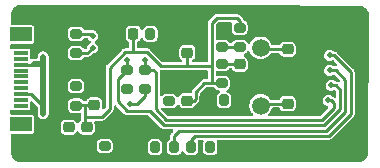
<source format=gbl>
%TF.GenerationSoftware,KiCad,Pcbnew,(6.0.1)*%
%TF.CreationDate,2022-01-24T11:38:00+08:00*%
%TF.ProjectId,ST-Link_v2-1,53542d4c-696e-46b5-9f76-322d312e6b69,rev?*%
%TF.SameCoordinates,Original*%
%TF.FileFunction,Copper,L2,Bot*%
%TF.FilePolarity,Positive*%
%FSLAX46Y46*%
G04 Gerber Fmt 4.6, Leading zero omitted, Abs format (unit mm)*
G04 Created by KiCad (PCBNEW (6.0.1)) date 2022-01-24 11:38:00*
%MOMM*%
%LPD*%
G01*
G04 APERTURE LIST*
G04 Aperture macros list*
%AMRoundRect*
0 Rectangle with rounded corners*
0 $1 Rounding radius*
0 $2 $3 $4 $5 $6 $7 $8 $9 X,Y pos of 4 corners*
0 Add a 4 corners polygon primitive as box body*
4,1,4,$2,$3,$4,$5,$6,$7,$8,$9,$2,$3,0*
0 Add four circle primitives for the rounded corners*
1,1,$1+$1,$2,$3*
1,1,$1+$1,$4,$5*
1,1,$1+$1,$6,$7*
1,1,$1+$1,$8,$9*
0 Add four rect primitives between the rounded corners*
20,1,$1+$1,$2,$3,$4,$5,0*
20,1,$1+$1,$4,$5,$6,$7,0*
20,1,$1+$1,$6,$7,$8,$9,0*
20,1,$1+$1,$8,$9,$2,$3,0*%
G04 Aperture macros list end*
%TA.AperFunction,ComponentPad*%
%ADD10C,1.500000*%
%TD*%
%TA.AperFunction,SMDPad,CuDef*%
%ADD11R,1.850000X0.300000*%
%TD*%
%TA.AperFunction,SMDPad,CuDef*%
%ADD12R,1.250000X0.300000*%
%TD*%
%TA.AperFunction,SMDPad,CuDef*%
%ADD13R,1.850000X1.180000*%
%TD*%
%TA.AperFunction,SMDPad,CuDef*%
%ADD14RoundRect,0.200000X0.275000X-0.200000X0.275000X0.200000X-0.275000X0.200000X-0.275000X-0.200000X0*%
%TD*%
%TA.AperFunction,SMDPad,CuDef*%
%ADD15RoundRect,0.225000X0.250000X-0.225000X0.250000X0.225000X-0.250000X0.225000X-0.250000X-0.225000X0*%
%TD*%
%TA.AperFunction,SMDPad,CuDef*%
%ADD16RoundRect,0.225000X-0.250000X0.225000X-0.250000X-0.225000X0.250000X-0.225000X0.250000X0.225000X0*%
%TD*%
%TA.AperFunction,SMDPad,CuDef*%
%ADD17RoundRect,0.225000X0.225000X0.250000X-0.225000X0.250000X-0.225000X-0.250000X0.225000X-0.250000X0*%
%TD*%
%TA.AperFunction,SMDPad,CuDef*%
%ADD18RoundRect,0.200000X-0.275000X0.200000X-0.275000X-0.200000X0.275000X-0.200000X0.275000X0.200000X0*%
%TD*%
%TA.AperFunction,SMDPad,CuDef*%
%ADD19RoundRect,0.200000X0.200000X0.275000X-0.200000X0.275000X-0.200000X-0.275000X0.200000X-0.275000X0*%
%TD*%
%TA.AperFunction,SMDPad,CuDef*%
%ADD20RoundRect,0.200000X-0.200000X-0.275000X0.200000X-0.275000X0.200000X0.275000X-0.200000X0.275000X0*%
%TD*%
%TA.AperFunction,ViaPad*%
%ADD21C,0.508000*%
%TD*%
%TA.AperFunction,Conductor*%
%ADD22C,0.254000*%
%TD*%
%TA.AperFunction,Conductor*%
%ADD23C,0.508000*%
%TD*%
G04 APERTURE END LIST*
D10*
%TO.P,Y1,1,1*%
%TO.N,Net-(C3-Pad1)*%
X161417000Y-104521000D03*
%TO.P,Y1,2,2*%
%TO.N,Net-(C2-Pad1)*%
X161417000Y-109401000D03*
%TD*%
D11*
%TO.P,P1,B1,GND*%
%TO.N,GND*%
X141097000Y-104438000D03*
D12*
%TO.P,P1,B2*%
%TO.N,N/C*%
X141097000Y-104938000D03*
%TO.P,P1,B3*%
X141097000Y-105438000D03*
%TO.P,P1,B4,VBUS*%
%TO.N,+5V*%
X141097000Y-105938000D03*
%TO.P,P1,B5,VCONN*%
%TO.N,unconnected-(P1-PadB5)*%
X141097000Y-106438000D03*
%TO.P,P1,B6*%
%TO.N,N/C*%
X141097000Y-106938000D03*
%TO.P,P1,B7*%
X141097000Y-107438000D03*
%TO.P,P1,B8*%
X141097000Y-107938000D03*
%TO.P,P1,B9,VBUS*%
%TO.N,+5V*%
X141097000Y-108438000D03*
%TO.P,P1,B10*%
%TO.N,N/C*%
X141097000Y-108938000D03*
%TO.P,P1,B11*%
X141097000Y-109438000D03*
D11*
%TO.P,P1,B12,GND*%
%TO.N,GND*%
X141097000Y-109938000D03*
D13*
%TO.P,P1,S3*%
%TO.N,N/C*%
X141097000Y-110998000D03*
%TO.P,P1,S4*%
X141097000Y-103378000D03*
%TD*%
D14*
%TO.P,R16,1*%
%TO.N,+3V3*%
X145796000Y-109409000D03*
%TO.P,R16,2*%
%TO.N,/D+*%
X145796000Y-107759000D03*
%TD*%
D15*
%TO.P,C6,1*%
%TO.N,+3V3*%
X155194000Y-104915000D03*
%TO.P,C6,2*%
%TO.N,GND*%
X155194000Y-103365000D03*
%TD*%
D14*
%TO.P,R14,1*%
%TO.N,Net-(R14-Pad1)*%
X159639000Y-104457000D03*
%TO.P,R14,2*%
%TO.N,+3V3*%
X159639000Y-102807000D03*
%TD*%
D16*
%TO.P,C8,1*%
%TO.N,+5V*%
X145161000Y-111239000D03*
%TO.P,C8,2*%
%TO.N,GND*%
X145161000Y-112789000D03*
%TD*%
D17*
%TO.P,C4,1*%
%TO.N,+3V3*%
X150635000Y-103340000D03*
%TO.P,C4,2*%
%TO.N,GND*%
X149085000Y-103340000D03*
%TD*%
D18*
%TO.P,R3,1*%
%TO.N,GND*%
X148209000Y-111189000D03*
%TO.P,R3,2*%
%TO.N,Net-(D1-Pad1)*%
X148209000Y-112839000D03*
%TD*%
D14*
%TO.P,R19,1*%
%TO.N,/ST_SWCLK*%
X151638000Y-108013000D03*
%TO.P,R19,2*%
%TO.N,/JTCK*%
X151638000Y-106363000D03*
%TD*%
D15*
%TO.P,C2,1*%
%TO.N,Net-(C2-Pad1)*%
X163703000Y-109233000D03*
%TO.P,C2,2*%
%TO.N,GND*%
X163703000Y-107683000D03*
%TD*%
D18*
%TO.P,R1,1*%
%TO.N,/NRST*%
X158115000Y-105855000D03*
%TO.P,R1,2*%
%TO.N,+3V3*%
X158115000Y-107505000D03*
%TD*%
D19*
%TO.P,R9,1*%
%TO.N,Net-(R9-Pad1)*%
X158305000Y-108966000D03*
%TO.P,R9,2*%
%TO.N,GND*%
X156655000Y-108966000D03*
%TD*%
D16*
%TO.P,C1,1*%
%TO.N,/NRST*%
X159639000Y-105905000D03*
%TO.P,C1,2*%
%TO.N,GND*%
X159639000Y-107455000D03*
%TD*%
%TO.P,C3,1*%
%TO.N,Net-(C3-Pad1)*%
X163703000Y-104635000D03*
%TO.P,C3,2*%
%TO.N,GND*%
X163703000Y-106185000D03*
%TD*%
D19*
%TO.P,R4,1*%
%TO.N,/TXD*%
X154114000Y-112903000D03*
%TO.P,R4,2*%
%TO.N,Net-(D2-Pad1)*%
X152464000Y-112903000D03*
%TD*%
D14*
%TO.P,R6,1*%
%TO.N,Net-(R6-Pad1)*%
X153670000Y-109029000D03*
%TO.P,R6,2*%
%TO.N,GND*%
X153670000Y-107379000D03*
%TD*%
D18*
%TO.P,R15,1*%
%TO.N,GND*%
X158115000Y-102807000D03*
%TO.P,R15,2*%
%TO.N,Net-(R14-Pad1)*%
X158115000Y-104457000D03*
%TD*%
D20*
%TO.P,R7,1*%
%TO.N,Net-(R7-Pad1)*%
X152083000Y-103340000D03*
%TO.P,R7,2*%
%TO.N,GND*%
X153733000Y-103340000D03*
%TD*%
D15*
%TO.P,C7,1*%
%TO.N,+3V3*%
X147320000Y-109359000D03*
%TO.P,C7,2*%
%TO.N,GND*%
X147320000Y-107809000D03*
%TD*%
D14*
%TO.P,R20,1*%
%TO.N,/ST_SWDIO*%
X150114000Y-108013000D03*
%TO.P,R20,2*%
%TO.N,/JTMS*%
X150114000Y-106363000D03*
%TD*%
D18*
%TO.P,R2,1*%
%TO.N,Net-(R2-Pad1)*%
X145796000Y-103315000D03*
%TO.P,R2,2*%
%TO.N,/JTMS*%
X145796000Y-104965000D03*
%TD*%
D20*
%TO.P,R5,2*%
%TO.N,Net-(D3-Pad1)*%
X157162000Y-112903000D03*
%TO.P,R5,1*%
%TO.N,/RXD*%
X155512000Y-112903000D03*
%TD*%
D16*
%TO.P,C9,1*%
%TO.N,+3V3*%
X146685000Y-111239000D03*
%TO.P,C9,2*%
%TO.N,GND*%
X146685000Y-112789000D03*
%TD*%
D15*
%TO.P,C5,1*%
%TO.N,+3V3*%
X155194000Y-108979000D03*
%TO.P,C5,2*%
%TO.N,GND*%
X155194000Y-107429000D03*
%TD*%
D21*
%TO.N,GND*%
X160020000Y-112903000D03*
X167132000Y-112903000D03*
X165100000Y-112903000D03*
X165100000Y-101600000D03*
X162560000Y-105410000D03*
%TO.N,Net-(D2-Pad1)*%
X152527000Y-112903000D03*
%TO.N,Net-(D3-Pad1)*%
X157099000Y-112903000D03*
%TO.N,GND*%
X155194000Y-107442000D03*
X153670000Y-107442000D03*
%TO.N,/NRST*%
X158115000Y-105855000D03*
%TO.N,GND*%
X170180000Y-109220000D03*
X140970000Y-113030000D03*
X170180000Y-106680000D03*
X162560000Y-107950000D03*
X142240000Y-101600000D03*
X162560000Y-102870000D03*
X144272000Y-112141000D03*
X147320000Y-101600000D03*
X167640000Y-104140000D03*
X170180000Y-104140000D03*
X144780000Y-101600000D03*
X156337000Y-101600000D03*
X153670000Y-104648000D03*
%TO.N,+3V3*%
X155194000Y-104902000D03*
X150622000Y-103378000D03*
X147320000Y-109347000D03*
X155194000Y-108966000D03*
X146558000Y-111252000D03*
%TO.N,+5V*%
X145161000Y-111252000D03*
X143002000Y-105283000D03*
X143002000Y-110109000D03*
%TO.N,Net-(D1-Pad1)*%
X148209000Y-112776000D03*
%TO.N,/RXD*%
X167259000Y-105156000D03*
%TO.N,/TXD*%
X167259000Y-106426000D03*
%TO.N,/JTMS*%
X150114000Y-105537000D03*
X167386000Y-107696000D03*
X147193000Y-104521000D03*
%TO.N,/JTCK*%
X151638000Y-105537000D03*
X167132000Y-108966000D03*
%TO.N,Net-(R2-Pad1)*%
X147193000Y-103505000D03*
%TO.N,Net-(R6-Pad1)*%
X153670000Y-108966000D03*
%TO.N,Net-(R7-Pad1)*%
X152019000Y-103378000D03*
%TO.N,Net-(R9-Pad1)*%
X158369000Y-108966000D03*
%TO.N,Net-(R14-Pad1)*%
X158115000Y-104457000D03*
%TO.N,/D+*%
X145859000Y-107823000D03*
%TO.N,/ST_SWCLK*%
X150355193Y-109281221D03*
%TO.N,/ST_SWDIO*%
X150114000Y-108077000D03*
%TD*%
D22*
%TO.N,/JTMS*%
X149313480Y-107163520D02*
X150114000Y-106363000D01*
X149313480Y-109059061D02*
X149313480Y-107163520D01*
X150115151Y-109860732D02*
X149313480Y-109059061D01*
X152019772Y-109860732D02*
X150115151Y-109860732D01*
X168131960Y-109734120D02*
X166796559Y-111069520D01*
X166796559Y-111069520D02*
X153228559Y-111069519D01*
X153228559Y-111069519D02*
X152019772Y-109860732D01*
X168131960Y-108060960D02*
X168131960Y-109734120D01*
X167386000Y-107696000D02*
X167767000Y-107696000D01*
X167767000Y-107696000D02*
X168131960Y-108060960D01*
%TO.N,+3V3*%
X155194000Y-104915000D02*
X155194000Y-105918000D01*
X155334967Y-106058967D02*
X157239967Y-106058967D01*
X152979520Y-106058967D02*
X155334967Y-106058967D01*
X156655000Y-107505000D02*
X157289000Y-107505000D01*
X155929480Y-108230520D02*
X156655000Y-107505000D01*
X155929480Y-108865520D02*
X155929480Y-108230520D01*
X155816000Y-108979000D02*
X155929480Y-108865520D01*
X155194000Y-108979000D02*
X155816000Y-108979000D01*
X157239967Y-106058967D02*
X157289000Y-106108000D01*
X157289000Y-102414803D02*
X157289000Y-106108000D01*
X157289000Y-106108000D02*
X157289000Y-107505000D01*
%TO.N,/RXD*%
X166584559Y-111974559D02*
X155868440Y-111974560D01*
X155868440Y-111974560D02*
X155512000Y-112331000D01*
X166584560Y-111974560D02*
X166584559Y-111974559D01*
X155512000Y-112331000D02*
X155512000Y-112903000D01*
%TO.N,/TXD*%
X154542960Y-111522040D02*
X154114000Y-111951000D01*
X166984002Y-111522038D02*
X166365042Y-111522040D01*
X168584479Y-109921561D02*
X166984002Y-111522038D01*
X154114000Y-111951000D02*
X154114000Y-112903000D01*
X168584480Y-107243480D02*
X168584479Y-109921561D01*
X167767000Y-106426000D02*
X168584480Y-107243480D01*
X166365042Y-111522040D02*
X154542960Y-111522040D01*
X167259000Y-106426000D02*
X167767000Y-106426000D01*
%TO.N,/RXD*%
X167171440Y-111974560D02*
X166584560Y-111974560D01*
X169037000Y-106553000D02*
X169036998Y-110109002D01*
X167640000Y-105156000D02*
X169037000Y-106553000D01*
X167259000Y-105156000D02*
X167640000Y-105156000D01*
X169036998Y-110109002D02*
X167171440Y-111974560D01*
%TO.N,/JTCK*%
X152337000Y-106363000D02*
X151638000Y-106363000D01*
X153416000Y-110617000D02*
X152527000Y-109728000D01*
X166609120Y-110617000D02*
X153416000Y-110617000D01*
X167640000Y-109586120D02*
X166609120Y-110617000D01*
X167640000Y-109220000D02*
X167640000Y-109586120D01*
X167386000Y-108966000D02*
X167640000Y-109220000D01*
X152527000Y-109728000D02*
X152527000Y-106553000D01*
X167132000Y-108966000D02*
X167386000Y-108966000D01*
X152527000Y-106553000D02*
X152337000Y-106363000D01*
%TO.N,/NRST*%
X159589000Y-105855000D02*
X159639000Y-105905000D01*
X158115000Y-105855000D02*
X159589000Y-105855000D01*
%TO.N,Net-(C2-Pad1)*%
X163703000Y-109233000D02*
X161585000Y-109233000D01*
X161585000Y-109233000D02*
X161417000Y-109401000D01*
%TO.N,Net-(C3-Pad1)*%
X161531000Y-104635000D02*
X161417000Y-104521000D01*
X163703000Y-104635000D02*
X161531000Y-104635000D01*
%TO.N,+3V3*%
X148645480Y-106185967D02*
X148645481Y-106867441D01*
X150622000Y-103378000D02*
X150622000Y-104140000D01*
X157722803Y-101981000D02*
X157289000Y-102414803D01*
X159385000Y-101981000D02*
X157722803Y-101981000D01*
X151822553Y-104902000D02*
X150622000Y-104902000D01*
X147320000Y-109347000D02*
X146431000Y-109347000D01*
X159639000Y-102807000D02*
X159639000Y-102235000D01*
X159639000Y-102235000D02*
X159385000Y-101981000D01*
X146558000Y-111252000D02*
X146558000Y-110363000D01*
X158115000Y-107505000D02*
X157289000Y-107505000D01*
X152979520Y-106058967D02*
X151822553Y-104902000D01*
X146558000Y-109474000D02*
X146431000Y-109347000D01*
X148645481Y-106867441D02*
X148645481Y-109672519D01*
X146431000Y-109347000D02*
X145858000Y-109347000D01*
X150622000Y-104140000D02*
X150622000Y-104902000D01*
X146558000Y-110363000D02*
X146558000Y-110109000D01*
X147955000Y-110363000D02*
X146558000Y-110363000D01*
X148645481Y-109672519D02*
X147955000Y-110363000D01*
X145858000Y-109347000D02*
X145796000Y-109409000D01*
X149929447Y-104902000D02*
X148645480Y-106185967D01*
X146558000Y-110109000D02*
X146558000Y-109474000D01*
X150622000Y-104902000D02*
X149929447Y-104902000D01*
D23*
%TO.N,+5V*%
X142240000Y-105918000D02*
X143002000Y-105918000D01*
X143002000Y-109474000D02*
X143002000Y-106593000D01*
D22*
X141966000Y-108438000D02*
X143002000Y-109474000D01*
D23*
X143002000Y-105918000D02*
X143002000Y-106593000D01*
D22*
X141097000Y-105938000D02*
X142220000Y-105938000D01*
X141097000Y-108438000D02*
X141966000Y-108438000D01*
D23*
X143002000Y-105283000D02*
X143002000Y-105918000D01*
D22*
X142220000Y-105938000D02*
X142240000Y-105918000D01*
D23*
X143002000Y-109474000D02*
X143002000Y-110109000D01*
D22*
%TO.N,/JTMS*%
X146749000Y-104965000D02*
X147193000Y-104521000D01*
X145796000Y-104965000D02*
X146749000Y-104965000D01*
X150114000Y-105537000D02*
X150114000Y-106363000D01*
%TO.N,/JTCK*%
X151638000Y-105537000D02*
X151638000Y-106363000D01*
%TO.N,Net-(R2-Pad1)*%
X147003000Y-103315000D02*
X145796000Y-103315000D01*
X147193000Y-103505000D02*
X147003000Y-103315000D01*
%TO.N,Net-(R14-Pad1)*%
X158115000Y-104457000D02*
X159639000Y-104457000D01*
%TO.N,/ST_SWCLK*%
X150355193Y-109281221D02*
X150941779Y-109281221D01*
X151638000Y-108585000D02*
X151638000Y-108013000D01*
X150941779Y-109281221D02*
X151638000Y-108585000D01*
%TD*%
%TA.AperFunction,Conductor*%
%TO.N,GND*%
G36*
X141190245Y-100890977D02*
G01*
X141192154Y-100891146D01*
X141205655Y-100895506D01*
X141229123Y-100892291D01*
X141246426Y-100891125D01*
X159850947Y-100921355D01*
X169634551Y-100937252D01*
X169652906Y-100939350D01*
X169657808Y-100939359D01*
X169671636Y-100942538D01*
X169685473Y-100939407D01*
X169690770Y-100939416D01*
X169701518Y-100939894D01*
X169824218Y-100950630D01*
X169845838Y-100954442D01*
X169982783Y-100991136D01*
X170003422Y-100998648D01*
X170131910Y-101058563D01*
X170150930Y-101069545D01*
X170267065Y-101150863D01*
X170283890Y-101164981D01*
X170384131Y-101265222D01*
X170398249Y-101282047D01*
X170479567Y-101398182D01*
X170490549Y-101417202D01*
X170550464Y-101545690D01*
X170557976Y-101566329D01*
X170594670Y-101703274D01*
X170598483Y-101724903D01*
X170609281Y-101848316D01*
X170609761Y-101859521D01*
X170609755Y-101862917D01*
X170606574Y-101876748D01*
X170609706Y-101890589D01*
X170609695Y-101896637D01*
X170611536Y-101913659D01*
X170531285Y-113246348D01*
X170528984Y-113266000D01*
X170528977Y-113269806D01*
X170525797Y-113283636D01*
X170528929Y-113297477D01*
X170528920Y-113302768D01*
X170528441Y-113313519D01*
X170524141Y-113362660D01*
X170517706Y-113436210D01*
X170513893Y-113457838D01*
X170477199Y-113594783D01*
X170469687Y-113615422D01*
X170409772Y-113743910D01*
X170398790Y-113762930D01*
X170317472Y-113879065D01*
X170303354Y-113895890D01*
X170203113Y-113996131D01*
X170186288Y-114010249D01*
X170070153Y-114091567D01*
X170051133Y-114102549D01*
X169922645Y-114162464D01*
X169902006Y-114169976D01*
X169765061Y-114206670D01*
X169743432Y-114210483D01*
X169650958Y-114218574D01*
X169621231Y-114221175D01*
X169620019Y-114221281D01*
X169608814Y-114221761D01*
X169605418Y-114221755D01*
X169591587Y-114218574D01*
X169577746Y-114221706D01*
X169573228Y-114221698D01*
X169554414Y-114223800D01*
X141261391Y-114223800D01*
X141243449Y-114221763D01*
X141238192Y-114221754D01*
X141224364Y-114218574D01*
X141210523Y-114221706D01*
X141206564Y-114221699D01*
X141195308Y-114221175D01*
X141120871Y-114214366D01*
X141064966Y-114209252D01*
X141042390Y-114205087D01*
X140899729Y-114165040D01*
X140878284Y-114156848D01*
X140745260Y-114091583D01*
X140725657Y-114079636D01*
X140632183Y-114010249D01*
X140606676Y-113991314D01*
X140589569Y-113976011D01*
X140488588Y-113867569D01*
X140474545Y-113849421D01*
X140394917Y-113724459D01*
X140384395Y-113704057D01*
X140361954Y-113648660D01*
X140328760Y-113566719D01*
X140322116Y-113544747D01*
X140315635Y-113513171D01*
X140295667Y-113415885D01*
X140293849Y-113404323D01*
X140293615Y-113402192D01*
X140295241Y-113388091D01*
X140291325Y-113376798D01*
X140291108Y-113372983D01*
X140289876Y-113070770D01*
X147530300Y-113070770D01*
X147545273Y-113165305D01*
X147603329Y-113279247D01*
X147693753Y-113369671D01*
X147807695Y-113427727D01*
X147817485Y-113429278D01*
X147817486Y-113429278D01*
X147842711Y-113433273D01*
X147902230Y-113442700D01*
X148515770Y-113442700D01*
X148575289Y-113433273D01*
X148600514Y-113429278D01*
X148600515Y-113429278D01*
X148610305Y-113427727D01*
X148724247Y-113369671D01*
X148814671Y-113279247D01*
X148850071Y-113209770D01*
X151860300Y-113209770D01*
X151867718Y-113256603D01*
X151872415Y-113286258D01*
X151875273Y-113304305D01*
X151933329Y-113418247D01*
X152023753Y-113508671D01*
X152137695Y-113566727D01*
X152147485Y-113568278D01*
X152147486Y-113568278D01*
X152173963Y-113572471D01*
X152232230Y-113581700D01*
X152695770Y-113581700D01*
X152754037Y-113572471D01*
X152780514Y-113568278D01*
X152780515Y-113568278D01*
X152790305Y-113566727D01*
X152904247Y-113508671D01*
X152994671Y-113418247D01*
X153052727Y-113304305D01*
X153055586Y-113286258D01*
X153060282Y-113256603D01*
X153067700Y-113209770D01*
X153067700Y-112596230D01*
X153052727Y-112501695D01*
X152994671Y-112387753D01*
X152904247Y-112297329D01*
X152790305Y-112239273D01*
X152780515Y-112237722D01*
X152780514Y-112237722D01*
X152743116Y-112231799D01*
X152695770Y-112224300D01*
X152232230Y-112224300D01*
X152184884Y-112231799D01*
X152147486Y-112237722D01*
X152147485Y-112237722D01*
X152137695Y-112239273D01*
X152023753Y-112297329D01*
X151933329Y-112387753D01*
X151875273Y-112501695D01*
X151860300Y-112596230D01*
X151860300Y-113209770D01*
X148850071Y-113209770D01*
X148872727Y-113165305D01*
X148887700Y-113070770D01*
X148887700Y-112607230D01*
X148872727Y-112512695D01*
X148814671Y-112398753D01*
X148724247Y-112308329D01*
X148610305Y-112250273D01*
X148600515Y-112248722D01*
X148600514Y-112248722D01*
X148569272Y-112243774D01*
X148515770Y-112235300D01*
X147902230Y-112235300D01*
X147848728Y-112243774D01*
X147817486Y-112248722D01*
X147817485Y-112248722D01*
X147807695Y-112250273D01*
X147693753Y-112308329D01*
X147603329Y-112398753D01*
X147545273Y-112512695D01*
X147530300Y-112607230D01*
X147530300Y-113070770D01*
X140289876Y-113070770D01*
X140285177Y-111918214D01*
X140304901Y-111850012D01*
X140358367Y-111803301D01*
X140411176Y-111791700D01*
X142042064Y-111791700D01*
X142101480Y-111779881D01*
X142168860Y-111734860D01*
X142213881Y-111667480D01*
X142225700Y-111608064D01*
X142225700Y-110962775D01*
X144482300Y-110962775D01*
X144482301Y-111515224D01*
X144485137Y-111545238D01*
X144487682Y-111552485D01*
X144524729Y-111657979D01*
X144527850Y-111666867D01*
X144604440Y-111770560D01*
X144708133Y-111847150D01*
X144717016Y-111850270D01*
X144717019Y-111850271D01*
X144822520Y-111887320D01*
X144822522Y-111887320D01*
X144829762Y-111889863D01*
X144837402Y-111890585D01*
X144837406Y-111890586D01*
X144851954Y-111891961D01*
X144859775Y-111892700D01*
X145160796Y-111892700D01*
X145462224Y-111892699D01*
X145465172Y-111892420D01*
X145465181Y-111892420D01*
X145484588Y-111890586D01*
X145484589Y-111890586D01*
X145492238Y-111889863D01*
X145540992Y-111872742D01*
X145604981Y-111850271D01*
X145604984Y-111850270D01*
X145613867Y-111847150D01*
X145717560Y-111770560D01*
X145794150Y-111666867D01*
X145797271Y-111657981D01*
X145797272Y-111657979D01*
X145804117Y-111638486D01*
X145845560Y-111580840D01*
X145911590Y-111554752D01*
X145981242Y-111568503D01*
X146032403Y-111617728D01*
X146041883Y-111638486D01*
X146048728Y-111657979D01*
X146048729Y-111657981D01*
X146051850Y-111666867D01*
X146128440Y-111770560D01*
X146232133Y-111847150D01*
X146241016Y-111850270D01*
X146241019Y-111850271D01*
X146346520Y-111887320D01*
X146346522Y-111887320D01*
X146353762Y-111889863D01*
X146361402Y-111890585D01*
X146361406Y-111890586D01*
X146375954Y-111891961D01*
X146383775Y-111892700D01*
X146684796Y-111892700D01*
X146986224Y-111892699D01*
X146989172Y-111892420D01*
X146989181Y-111892420D01*
X147008588Y-111890586D01*
X147008589Y-111890586D01*
X147016238Y-111889863D01*
X147064992Y-111872742D01*
X147128981Y-111850271D01*
X147128984Y-111850270D01*
X147137867Y-111847150D01*
X147241560Y-111770560D01*
X147318150Y-111666867D01*
X147321272Y-111657979D01*
X147358320Y-111552480D01*
X147358320Y-111552478D01*
X147360863Y-111545238D01*
X147361587Y-111537588D01*
X147362961Y-111523046D01*
X147363700Y-111515225D01*
X147363699Y-110962776D01*
X147360863Y-110932762D01*
X147358320Y-110925520D01*
X147358318Y-110925512D01*
X147335820Y-110861448D01*
X147332122Y-110790548D01*
X147367342Y-110728903D01*
X147430299Y-110696086D01*
X147454703Y-110693700D01*
X147935051Y-110693700D01*
X147946032Y-110694179D01*
X147973291Y-110696564D01*
X147973292Y-110696564D01*
X147984267Y-110697524D01*
X148021339Y-110687591D01*
X148032053Y-110685216D01*
X148047900Y-110682422D01*
X148058997Y-110680465D01*
X148058998Y-110680465D01*
X148069851Y-110678551D01*
X148079396Y-110673040D01*
X148082889Y-110671769D01*
X148086267Y-110670194D01*
X148096916Y-110667340D01*
X148105947Y-110661016D01*
X148105950Y-110661015D01*
X148128355Y-110645327D01*
X148137624Y-110639422D01*
X148146287Y-110634420D01*
X148170849Y-110620239D01*
X148195517Y-110590841D01*
X148202943Y-110582737D01*
X148865225Y-109920456D01*
X148873328Y-109913031D01*
X148894278Y-109895452D01*
X148894279Y-109895451D01*
X148902720Y-109888368D01*
X148921902Y-109855144D01*
X148927808Y-109845874D01*
X148943496Y-109823469D01*
X148943497Y-109823466D01*
X148949821Y-109814435D01*
X148952675Y-109803786D01*
X148954250Y-109800408D01*
X148955521Y-109796915D01*
X148961032Y-109787370D01*
X148967697Y-109749572D01*
X148970072Y-109738858D01*
X148980005Y-109701786D01*
X148977907Y-109677798D01*
X148976660Y-109663551D01*
X148976181Y-109652570D01*
X148976181Y-109493632D01*
X148996183Y-109425511D01*
X149049839Y-109379018D01*
X149120113Y-109368914D01*
X149184693Y-109398408D01*
X149191276Y-109404537D01*
X149867203Y-110080464D01*
X149874629Y-110088568D01*
X149892215Y-110109526D01*
X149892218Y-110109528D01*
X149899302Y-110117971D01*
X149929955Y-110135669D01*
X149932527Y-110137154D01*
X149941796Y-110143059D01*
X149964201Y-110158747D01*
X149964204Y-110158748D01*
X149973235Y-110165072D01*
X149983884Y-110167926D01*
X149987262Y-110169501D01*
X149990755Y-110170772D01*
X150000300Y-110176283D01*
X150011153Y-110178197D01*
X150011154Y-110178197D01*
X150022251Y-110180154D01*
X150038098Y-110182948D01*
X150048812Y-110185323D01*
X150085884Y-110195256D01*
X150096859Y-110194296D01*
X150096860Y-110194296D01*
X150124119Y-110191911D01*
X150135100Y-110191432D01*
X151830602Y-110191432D01*
X151898723Y-110211434D01*
X151919697Y-110228337D01*
X152980611Y-111289251D01*
X152988037Y-111297355D01*
X153005623Y-111318313D01*
X153005626Y-111318315D01*
X153012710Y-111326758D01*
X153044542Y-111345137D01*
X153045935Y-111345941D01*
X153055204Y-111351846D01*
X153077609Y-111367534D01*
X153077612Y-111367535D01*
X153086643Y-111373859D01*
X153097292Y-111376713D01*
X153100670Y-111378288D01*
X153104163Y-111379559D01*
X153113708Y-111385070D01*
X153124561Y-111386984D01*
X153124562Y-111386984D01*
X153135659Y-111388941D01*
X153151506Y-111391735D01*
X153162220Y-111394110D01*
X153199292Y-111404043D01*
X153210267Y-111403083D01*
X153210268Y-111403083D01*
X153237527Y-111400698D01*
X153248508Y-111400219D01*
X153892911Y-111400219D01*
X153961032Y-111420221D01*
X154007525Y-111473877D01*
X154017629Y-111544151D01*
X153988135Y-111608731D01*
X153982006Y-111615314D01*
X153894268Y-111703052D01*
X153886164Y-111710478D01*
X153865206Y-111728064D01*
X153865204Y-111728067D01*
X153856761Y-111735151D01*
X153840688Y-111762989D01*
X153837578Y-111768376D01*
X153831673Y-111777645D01*
X153815985Y-111800050D01*
X153815984Y-111800053D01*
X153809660Y-111809084D01*
X153806806Y-111819733D01*
X153805231Y-111823111D01*
X153803960Y-111826604D01*
X153798449Y-111836149D01*
X153796535Y-111847002D01*
X153796535Y-111847003D01*
X153791785Y-111873943D01*
X153789409Y-111884661D01*
X153779476Y-111921733D01*
X153780436Y-111932708D01*
X153780436Y-111932709D01*
X153782821Y-111959968D01*
X153783300Y-111970949D01*
X153783300Y-112164299D01*
X153763298Y-112232420D01*
X153714502Y-112276566D01*
X153682588Y-112292827D01*
X153682586Y-112292828D01*
X153673753Y-112297329D01*
X153583329Y-112387753D01*
X153525273Y-112501695D01*
X153510300Y-112596230D01*
X153510300Y-113209770D01*
X153517718Y-113256603D01*
X153522415Y-113286258D01*
X153525273Y-113304305D01*
X153583329Y-113418247D01*
X153673753Y-113508671D01*
X153787695Y-113566727D01*
X153797485Y-113568278D01*
X153797486Y-113568278D01*
X153823963Y-113572471D01*
X153882230Y-113581700D01*
X154345770Y-113581700D01*
X154404037Y-113572471D01*
X154430514Y-113568278D01*
X154430515Y-113568278D01*
X154440305Y-113566727D01*
X154554247Y-113508671D01*
X154644671Y-113418247D01*
X154654287Y-113399376D01*
X154700733Y-113308219D01*
X154749481Y-113256603D01*
X154818396Y-113239537D01*
X154885597Y-113262437D01*
X154925267Y-113308219D01*
X154971714Y-113399376D01*
X154981329Y-113418247D01*
X155071753Y-113508671D01*
X155185695Y-113566727D01*
X155195485Y-113568278D01*
X155195486Y-113568278D01*
X155221963Y-113572471D01*
X155280230Y-113581700D01*
X155743770Y-113581700D01*
X155802037Y-113572471D01*
X155828514Y-113568278D01*
X155828515Y-113568278D01*
X155838305Y-113566727D01*
X155952247Y-113508671D01*
X156042671Y-113418247D01*
X156100727Y-113304305D01*
X156103586Y-113286258D01*
X156108282Y-113256603D01*
X156115700Y-113209770D01*
X156115700Y-112596230D01*
X156100727Y-112501695D01*
X156093985Y-112488463D01*
X156080881Y-112418686D01*
X156107581Y-112352901D01*
X156165609Y-112311995D01*
X156206252Y-112305260D01*
X156467748Y-112305260D01*
X156535869Y-112325262D01*
X156582362Y-112378918D01*
X156592466Y-112449192D01*
X156580015Y-112488463D01*
X156573273Y-112501695D01*
X156558300Y-112596230D01*
X156558300Y-113209770D01*
X156565718Y-113256603D01*
X156570415Y-113286258D01*
X156573273Y-113304305D01*
X156631329Y-113418247D01*
X156721753Y-113508671D01*
X156835695Y-113566727D01*
X156845485Y-113568278D01*
X156845486Y-113568278D01*
X156871963Y-113572471D01*
X156930230Y-113581700D01*
X157393770Y-113581700D01*
X157452037Y-113572471D01*
X157478514Y-113568278D01*
X157478515Y-113568278D01*
X157488305Y-113566727D01*
X157602247Y-113508671D01*
X157692671Y-113418247D01*
X157750727Y-113304305D01*
X157753586Y-113286258D01*
X157758282Y-113256603D01*
X157765700Y-113209770D01*
X157765700Y-112596230D01*
X157750727Y-112501695D01*
X157743985Y-112488463D01*
X157730881Y-112418686D01*
X157757581Y-112352901D01*
X157815609Y-112311995D01*
X157856252Y-112305260D01*
X166093603Y-112305259D01*
X166528043Y-112305259D01*
X166539025Y-112305739D01*
X166544649Y-112306231D01*
X166555293Y-112309083D01*
X166566268Y-112308123D01*
X166566269Y-112308123D01*
X166593517Y-112305739D01*
X166604498Y-112305260D01*
X167151491Y-112305260D01*
X167162472Y-112305739D01*
X167189731Y-112308124D01*
X167189732Y-112308124D01*
X167200707Y-112309084D01*
X167237779Y-112299151D01*
X167248493Y-112296776D01*
X167270888Y-112292827D01*
X167275437Y-112292025D01*
X167275438Y-112292025D01*
X167286291Y-112290111D01*
X167295836Y-112284600D01*
X167299329Y-112283329D01*
X167302707Y-112281754D01*
X167313356Y-112278900D01*
X167322387Y-112272576D01*
X167322390Y-112272575D01*
X167344795Y-112256887D01*
X167354064Y-112250982D01*
X167366548Y-112243774D01*
X167387289Y-112231799D01*
X167394373Y-112223356D01*
X167394376Y-112223354D01*
X167411962Y-112202396D01*
X167419388Y-112194292D01*
X169256730Y-110356950D01*
X169264834Y-110349524D01*
X169285791Y-110331939D01*
X169285794Y-110331936D01*
X169294237Y-110324851D01*
X169313424Y-110291619D01*
X169319320Y-110282363D01*
X169341338Y-110250919D01*
X169344192Y-110240267D01*
X169345768Y-110236888D01*
X169347038Y-110233398D01*
X169352549Y-110223853D01*
X169354969Y-110210132D01*
X169359215Y-110186049D01*
X169361594Y-110175320D01*
X169368669Y-110148915D01*
X169368669Y-110148913D01*
X169371521Y-110138269D01*
X169370369Y-110125092D01*
X169368177Y-110100046D01*
X169367698Y-110089065D01*
X169367699Y-109212582D01*
X169367699Y-107459183D01*
X169367700Y-106572940D01*
X169368179Y-106561960D01*
X169370563Y-106534710D01*
X169370563Y-106534709D01*
X169371523Y-106523733D01*
X169361596Y-106486682D01*
X169359217Y-106475953D01*
X169354465Y-106449003D01*
X169354465Y-106449002D01*
X169352551Y-106438149D01*
X169347040Y-106428604D01*
X169345770Y-106425114D01*
X169344194Y-106421735D01*
X169341340Y-106411083D01*
X169319322Y-106379639D01*
X169313426Y-106370383D01*
X169299751Y-106346698D01*
X169294239Y-106337151D01*
X169285796Y-106330066D01*
X169285793Y-106330063D01*
X169264836Y-106312478D01*
X169256732Y-106305052D01*
X167887948Y-104936268D01*
X167880522Y-104928164D01*
X167862936Y-104907206D01*
X167862933Y-104907204D01*
X167855849Y-104898761D01*
X167822625Y-104879578D01*
X167813355Y-104873673D01*
X167790950Y-104857985D01*
X167790947Y-104857984D01*
X167781916Y-104851660D01*
X167771267Y-104848806D01*
X167767889Y-104847231D01*
X167764396Y-104845960D01*
X167754851Y-104840449D01*
X167743998Y-104838535D01*
X167743997Y-104838535D01*
X167732900Y-104836578D01*
X167717053Y-104833784D01*
X167706339Y-104831409D01*
X167669267Y-104821476D01*
X167658292Y-104822436D01*
X167658291Y-104822436D01*
X167637708Y-104824237D01*
X167568104Y-104810248D01*
X167558194Y-104804448D01*
X167460489Y-104741118D01*
X167460487Y-104741117D01*
X167452958Y-104736237D01*
X167327348Y-104698672D01*
X167318372Y-104698617D01*
X167318371Y-104698617D01*
X167263959Y-104698285D01*
X167196244Y-104697871D01*
X167070185Y-104733899D01*
X167062598Y-104738686D01*
X167062596Y-104738687D01*
X167006434Y-104774123D01*
X166959305Y-104803859D01*
X166872517Y-104902128D01*
X166868703Y-104910251D01*
X166868702Y-104910253D01*
X166854418Y-104940678D01*
X166816798Y-105020805D01*
X166809069Y-105070444D01*
X166798009Y-105141478D01*
X166798009Y-105141482D01*
X166796628Y-105150351D01*
X166797792Y-105159253D01*
X166797792Y-105159256D01*
X166802359Y-105194181D01*
X166813627Y-105280350D01*
X166866430Y-105400354D01*
X166950791Y-105500713D01*
X167059929Y-105573362D01*
X167118033Y-105591515D01*
X167176501Y-105609782D01*
X167176502Y-105609782D01*
X167185070Y-105612459D01*
X167249505Y-105613640D01*
X167307178Y-105614697D01*
X167307181Y-105614697D01*
X167316154Y-105614861D01*
X167375205Y-105598762D01*
X167433985Y-105582737D01*
X167433987Y-105582736D01*
X167442644Y-105580376D01*
X167450294Y-105575679D01*
X167453370Y-105573791D01*
X167456827Y-105572853D01*
X167458534Y-105572114D01*
X167458641Y-105572360D01*
X167521887Y-105555194D01*
X167589582Y-105576592D01*
X167608392Y-105592072D01*
X167894983Y-105878663D01*
X167929009Y-105940975D01*
X167923944Y-106011790D01*
X167881397Y-106068626D01*
X167814877Y-106093437D01*
X167803240Y-106093344D01*
X167796267Y-106091476D01*
X167758875Y-106094747D01*
X167758032Y-106094821D01*
X167747051Y-106095300D01*
X167627628Y-106095300D01*
X167559095Y-106075032D01*
X167460489Y-106011118D01*
X167460487Y-106011117D01*
X167452958Y-106006237D01*
X167327348Y-105968672D01*
X167318372Y-105968617D01*
X167318371Y-105968617D01*
X167263959Y-105968285D01*
X167196244Y-105967871D01*
X167070185Y-106003899D01*
X167062598Y-106008686D01*
X167062596Y-106008687D01*
X167031233Y-106028476D01*
X166959305Y-106073859D01*
X166953363Y-106080587D01*
X166942834Y-106092509D01*
X166872517Y-106172128D01*
X166868703Y-106180251D01*
X166868702Y-106180253D01*
X166859238Y-106200411D01*
X166816798Y-106290805D01*
X166813973Y-106308951D01*
X166798009Y-106411478D01*
X166798009Y-106411482D01*
X166796628Y-106420351D01*
X166797792Y-106429253D01*
X166797792Y-106429256D01*
X166802042Y-106461753D01*
X166813627Y-106550350D01*
X166866430Y-106670354D01*
X166950791Y-106770713D01*
X166958262Y-106775686D01*
X166958263Y-106775687D01*
X166970200Y-106783633D01*
X167059929Y-106843362D01*
X167149372Y-106871306D01*
X167176501Y-106879782D01*
X167176502Y-106879782D01*
X167185070Y-106882459D01*
X167249505Y-106883640D01*
X167307178Y-106884697D01*
X167307181Y-106884697D01*
X167316154Y-106884861D01*
X167357547Y-106873576D01*
X167433982Y-106852738D01*
X167433985Y-106852737D01*
X167442644Y-106850376D01*
X167461977Y-106838506D01*
X167532055Y-106795478D01*
X167600572Y-106776880D01*
X167668268Y-106798277D01*
X167687078Y-106813758D01*
X168078254Y-107204934D01*
X168112280Y-107267246D01*
X168107215Y-107338061D01*
X168064668Y-107394897D01*
X167998148Y-107419708D01*
X167928774Y-107404617D01*
X167918498Y-107398241D01*
X167917949Y-107397985D01*
X167908916Y-107391660D01*
X167898267Y-107388806D01*
X167894889Y-107387231D01*
X167891396Y-107385960D01*
X167881851Y-107380449D01*
X167870998Y-107378535D01*
X167870997Y-107378535D01*
X167859900Y-107376578D01*
X167844053Y-107373784D01*
X167833339Y-107371409D01*
X167796267Y-107361476D01*
X167785292Y-107362436D01*
X167785291Y-107362436D01*
X167764708Y-107364237D01*
X167695104Y-107350248D01*
X167685194Y-107344448D01*
X167587489Y-107281118D01*
X167587487Y-107281117D01*
X167579958Y-107276237D01*
X167454348Y-107238672D01*
X167445372Y-107238617D01*
X167445371Y-107238617D01*
X167390959Y-107238285D01*
X167323244Y-107237871D01*
X167197185Y-107273899D01*
X167189598Y-107278686D01*
X167189596Y-107278687D01*
X167185339Y-107281373D01*
X167086305Y-107343859D01*
X166999517Y-107442128D01*
X166995703Y-107450251D01*
X166995702Y-107450253D01*
X166977351Y-107489340D01*
X166943798Y-107560805D01*
X166942417Y-107569677D01*
X166925009Y-107681478D01*
X166925009Y-107681482D01*
X166923628Y-107690351D01*
X166924792Y-107699253D01*
X166924792Y-107699256D01*
X166926535Y-107712582D01*
X166940627Y-107820350D01*
X166993430Y-107940354D01*
X167077791Y-108040713D01*
X167085262Y-108045686D01*
X167085263Y-108045687D01*
X167102506Y-108057165D01*
X167186929Y-108113362D01*
X167276372Y-108141306D01*
X167303501Y-108149782D01*
X167303502Y-108149782D01*
X167312070Y-108152459D01*
X167376505Y-108153640D01*
X167434178Y-108154697D01*
X167434181Y-108154697D01*
X167443154Y-108154861D01*
X167497719Y-108139985D01*
X167560985Y-108122737D01*
X167560987Y-108122736D01*
X167569644Y-108120376D01*
X167577310Y-108115669D01*
X167580370Y-108113791D01*
X167583827Y-108112853D01*
X167585534Y-108112114D01*
X167585641Y-108112360D01*
X167648887Y-108095194D01*
X167716582Y-108116592D01*
X167735392Y-108132072D01*
X167764355Y-108161035D01*
X167798381Y-108223347D01*
X167801260Y-108250130D01*
X167801260Y-108608378D01*
X167781258Y-108676499D01*
X167727602Y-108722992D01*
X167657328Y-108733096D01*
X167602065Y-108708386D01*
X167601849Y-108708761D01*
X167598227Y-108706670D01*
X167568625Y-108689578D01*
X167559355Y-108683673D01*
X167536950Y-108667985D01*
X167536947Y-108667984D01*
X167527916Y-108661660D01*
X167517267Y-108658806D01*
X167513895Y-108657234D01*
X167510400Y-108655962D01*
X167500851Y-108650449D01*
X167489993Y-108648534D01*
X167479636Y-108644765D01*
X167480835Y-108641471D01*
X167439598Y-108621752D01*
X167435975Y-108617547D01*
X167425026Y-108610450D01*
X167333489Y-108551118D01*
X167333487Y-108551117D01*
X167325958Y-108546237D01*
X167200348Y-108508672D01*
X167191372Y-108508617D01*
X167191371Y-108508617D01*
X167136959Y-108508285D01*
X167069244Y-108507871D01*
X166943185Y-108543899D01*
X166935598Y-108548686D01*
X166935596Y-108548687D01*
X166886634Y-108579580D01*
X166832305Y-108613859D01*
X166745517Y-108712128D01*
X166741703Y-108720251D01*
X166741702Y-108720253D01*
X166733181Y-108738403D01*
X166689798Y-108830805D01*
X166683590Y-108870677D01*
X166671009Y-108951478D01*
X166671009Y-108951482D01*
X166669628Y-108960351D01*
X166670792Y-108969253D01*
X166670792Y-108969256D01*
X166675785Y-109007436D01*
X166686627Y-109090350D01*
X166739430Y-109210354D01*
X166823791Y-109310713D01*
X166831262Y-109315686D01*
X166831263Y-109315687D01*
X166840026Y-109321520D01*
X166932929Y-109383362D01*
X167058070Y-109422459D01*
X167058965Y-109422475D01*
X167119345Y-109451360D01*
X167156659Y-109511760D01*
X167155395Y-109582746D01*
X167124245Y-109634195D01*
X166509045Y-110249395D01*
X166446733Y-110283421D01*
X166419950Y-110286300D01*
X162187943Y-110286300D01*
X162119822Y-110266298D01*
X162073329Y-110212642D01*
X162063225Y-110142368D01*
X162092561Y-110077969D01*
X162196058Y-109958066D01*
X162196059Y-109958065D01*
X162200082Y-109953404D01*
X162207884Y-109939671D01*
X162242450Y-109878823D01*
X162292464Y-109790782D01*
X162314498Y-109724545D01*
X162339320Y-109649928D01*
X162379801Y-109591604D01*
X162445389Y-109564424D01*
X162458878Y-109563700D01*
X162946432Y-109563700D01*
X163014553Y-109583702D01*
X163061046Y-109637358D01*
X163065313Y-109647947D01*
X163069850Y-109660867D01*
X163075443Y-109668439D01*
X163075445Y-109668443D01*
X163127446Y-109738844D01*
X163146440Y-109764560D01*
X163250133Y-109841150D01*
X163259016Y-109844270D01*
X163259019Y-109844271D01*
X163364520Y-109881320D01*
X163364522Y-109881320D01*
X163371762Y-109883863D01*
X163379402Y-109884585D01*
X163379406Y-109884586D01*
X163393954Y-109885961D01*
X163401775Y-109886700D01*
X163702796Y-109886700D01*
X164004224Y-109886699D01*
X164007172Y-109886420D01*
X164007181Y-109886420D01*
X164026588Y-109884586D01*
X164026589Y-109884586D01*
X164034238Y-109883863D01*
X164049592Y-109878471D01*
X164146981Y-109844271D01*
X164146984Y-109844270D01*
X164155867Y-109841150D01*
X164259560Y-109764560D01*
X164336150Y-109660867D01*
X164339992Y-109649928D01*
X164376320Y-109546480D01*
X164376320Y-109546478D01*
X164378863Y-109539238D01*
X164379734Y-109530032D01*
X164381421Y-109512175D01*
X164381700Y-109509225D01*
X164381699Y-108956776D01*
X164381199Y-108951478D01*
X164379586Y-108934412D01*
X164379586Y-108934411D01*
X164378863Y-108926762D01*
X164363780Y-108883811D01*
X164339271Y-108814019D01*
X164339270Y-108814016D01*
X164336150Y-108805133D01*
X164259560Y-108701440D01*
X164155867Y-108624850D01*
X164146984Y-108621730D01*
X164146981Y-108621729D01*
X164041480Y-108584680D01*
X164041478Y-108584680D01*
X164034238Y-108582137D01*
X164026598Y-108581415D01*
X164026594Y-108581414D01*
X164012046Y-108580039D01*
X164004225Y-108579300D01*
X163703204Y-108579300D01*
X163401776Y-108579301D01*
X163398828Y-108579580D01*
X163398819Y-108579580D01*
X163379412Y-108581414D01*
X163379411Y-108581414D01*
X163371762Y-108582137D01*
X163364515Y-108584682D01*
X163259019Y-108621729D01*
X163259016Y-108621730D01*
X163250133Y-108624850D01*
X163146440Y-108701440D01*
X163140848Y-108709011D01*
X163075445Y-108797557D01*
X163075443Y-108797561D01*
X163069850Y-108805133D01*
X163065314Y-108818050D01*
X163062588Y-108821842D01*
X163062323Y-108822342D01*
X163062254Y-108822306D01*
X163023870Y-108875695D01*
X162957840Y-108901783D01*
X162946432Y-108902300D01*
X162300822Y-108902300D01*
X162232701Y-108882298D01*
X162203179Y-108855936D01*
X162100887Y-108730513D01*
X162100884Y-108730510D01*
X162096992Y-108725738D01*
X162090362Y-108720253D01*
X161957633Y-108610450D01*
X161957630Y-108610448D01*
X161952883Y-108606521D01*
X161788362Y-108517565D01*
X161609696Y-108462258D01*
X161603575Y-108461615D01*
X161603572Y-108461614D01*
X161429818Y-108443352D01*
X161429817Y-108443352D01*
X161423690Y-108442708D01*
X161307886Y-108453247D01*
X161243571Y-108459100D01*
X161243570Y-108459100D01*
X161237430Y-108459659D01*
X161231516Y-108461400D01*
X161231514Y-108461400D01*
X161228599Y-108462258D01*
X161058009Y-108512466D01*
X160892262Y-108599116D01*
X160746502Y-108716310D01*
X160626281Y-108859584D01*
X160536179Y-109023480D01*
X160534318Y-109029347D01*
X160534317Y-109029349D01*
X160529189Y-109045515D01*
X160479626Y-109201755D01*
X160458778Y-109387620D01*
X160461031Y-109414444D01*
X160473565Y-109563700D01*
X160474429Y-109573994D01*
X160476939Y-109582746D01*
X160523217Y-109744138D01*
X160525981Y-109753779D01*
X160528797Y-109759258D01*
X160606754Y-109910946D01*
X160611472Y-109920127D01*
X160727646Y-110066702D01*
X160732341Y-110070697D01*
X160734345Y-110072773D01*
X160767277Y-110135669D01*
X160760977Y-110206386D01*
X160717445Y-110262470D01*
X160643708Y-110286300D01*
X153605170Y-110286300D01*
X153537049Y-110266298D01*
X153516075Y-110249395D01*
X153047719Y-109781039D01*
X153013693Y-109718727D01*
X153018758Y-109647912D01*
X153061305Y-109591076D01*
X153127825Y-109566265D01*
X153194016Y-109579677D01*
X153217425Y-109591604D01*
X153268695Y-109617727D01*
X153278485Y-109619278D01*
X153278486Y-109619278D01*
X153301589Y-109622937D01*
X153363230Y-109632700D01*
X153976770Y-109632700D01*
X154038411Y-109622937D01*
X154061514Y-109619278D01*
X154061515Y-109619278D01*
X154071305Y-109617727D01*
X154185247Y-109559671D01*
X154275671Y-109469247D01*
X154290249Y-109440637D01*
X154323837Y-109374716D01*
X154372585Y-109323101D01*
X154441500Y-109306035D01*
X154508702Y-109328936D01*
X154554988Y-109390174D01*
X154560850Y-109406867D01*
X154637440Y-109510560D01*
X154741133Y-109587150D01*
X154750016Y-109590270D01*
X154750019Y-109590271D01*
X154855520Y-109627320D01*
X154855522Y-109627320D01*
X154862762Y-109629863D01*
X154870402Y-109630585D01*
X154870406Y-109630586D01*
X154884576Y-109631925D01*
X154892775Y-109632700D01*
X155193796Y-109632700D01*
X155495224Y-109632699D01*
X155498172Y-109632420D01*
X155498181Y-109632420D01*
X155517588Y-109630586D01*
X155517589Y-109630586D01*
X155525238Y-109629863D01*
X155555380Y-109619278D01*
X155637981Y-109590271D01*
X155637984Y-109590270D01*
X155646867Y-109587150D01*
X155750560Y-109510560D01*
X155778735Y-109472415D01*
X155821555Y-109414443D01*
X155821557Y-109414439D01*
X155827150Y-109406867D01*
X155838240Y-109375289D01*
X155879681Y-109317645D01*
X155914027Y-109298638D01*
X155919999Y-109296465D01*
X155930851Y-109294551D01*
X155940394Y-109289042D01*
X155943885Y-109287771D01*
X155947268Y-109286193D01*
X155957916Y-109283340D01*
X155966947Y-109277016D01*
X155966950Y-109277015D01*
X155989355Y-109261327D01*
X155998624Y-109255422D01*
X156000017Y-109254618D01*
X156031849Y-109236239D01*
X156038933Y-109227796D01*
X156038936Y-109227794D01*
X156056522Y-109206836D01*
X156063948Y-109198732D01*
X156149212Y-109113468D01*
X156157316Y-109106042D01*
X156178274Y-109088456D01*
X156178276Y-109088453D01*
X156186719Y-109081369D01*
X156205902Y-109048144D01*
X156211807Y-109038875D01*
X156227495Y-109016470D01*
X156227496Y-109016467D01*
X156233820Y-109007436D01*
X156236674Y-108996787D01*
X156238249Y-108993409D01*
X156239520Y-108989916D01*
X156245031Y-108980371D01*
X156251696Y-108942573D01*
X156254071Y-108931859D01*
X156264004Y-108894787D01*
X156262912Y-108882298D01*
X156260659Y-108856552D01*
X156260180Y-108845571D01*
X156260180Y-108419690D01*
X156280182Y-108351569D01*
X156297085Y-108330595D01*
X156755075Y-107872605D01*
X156817387Y-107838579D01*
X156844170Y-107835700D01*
X157376299Y-107835700D01*
X157444420Y-107855702D01*
X157488566Y-107904498D01*
X157504827Y-107936412D01*
X157509329Y-107945247D01*
X157599753Y-108035671D01*
X157713695Y-108093727D01*
X157723485Y-108095278D01*
X157723486Y-108095278D01*
X157749963Y-108099471D01*
X157808230Y-108108700D01*
X157833775Y-108108700D01*
X157901896Y-108128702D01*
X157948389Y-108182358D01*
X157958493Y-108252632D01*
X157928999Y-108317212D01*
X157890977Y-108346967D01*
X157873587Y-108355827D01*
X157873583Y-108355830D01*
X157864753Y-108360329D01*
X157774329Y-108450753D01*
X157716273Y-108564695D01*
X157714722Y-108574485D01*
X157714722Y-108574486D01*
X157711273Y-108596262D01*
X157701300Y-108659230D01*
X157701300Y-109272770D01*
X157716273Y-109367305D01*
X157774329Y-109481247D01*
X157864753Y-109571671D01*
X157978695Y-109629727D01*
X157988485Y-109631278D01*
X157988486Y-109631278D01*
X158013408Y-109635225D01*
X158073230Y-109644700D01*
X158536770Y-109644700D01*
X158596592Y-109635225D01*
X158621514Y-109631278D01*
X158621515Y-109631278D01*
X158631305Y-109629727D01*
X158745247Y-109571671D01*
X158835671Y-109481247D01*
X158893727Y-109367305D01*
X158908700Y-109272770D01*
X158908700Y-108659230D01*
X158898727Y-108596262D01*
X158895278Y-108574486D01*
X158895278Y-108574485D01*
X158893727Y-108564695D01*
X158835671Y-108450753D01*
X158745247Y-108360329D01*
X158631305Y-108302273D01*
X158621514Y-108300722D01*
X158621513Y-108300722D01*
X158614353Y-108299588D01*
X158550200Y-108269175D01*
X158512673Y-108208907D01*
X158513687Y-108137918D01*
X158552920Y-108078746D01*
X158576862Y-108062872D01*
X158621413Y-108040173D01*
X158621417Y-108040170D01*
X158630247Y-108035671D01*
X158720671Y-107945247D01*
X158778727Y-107831305D01*
X158793700Y-107736770D01*
X158793700Y-107273230D01*
X158781600Y-107196836D01*
X158780278Y-107188486D01*
X158780278Y-107188485D01*
X158778727Y-107178695D01*
X158720671Y-107064753D01*
X158630247Y-106974329D01*
X158516305Y-106916273D01*
X158506515Y-106914722D01*
X158506514Y-106914722D01*
X158464589Y-106908082D01*
X158421770Y-106901300D01*
X157808230Y-106901300D01*
X157765411Y-106908082D01*
X157695000Y-106898983D01*
X157640686Y-106853261D01*
X157619700Y-106783633D01*
X157619700Y-106576367D01*
X157639702Y-106508246D01*
X157693358Y-106461753D01*
X157765411Y-106451918D01*
X157808230Y-106458700D01*
X158421770Y-106458700D01*
X158482994Y-106449003D01*
X158506514Y-106445278D01*
X158506515Y-106445278D01*
X158516305Y-106443727D01*
X158630247Y-106385671D01*
X158720671Y-106295247D01*
X158725361Y-106286043D01*
X158741434Y-106254498D01*
X158790182Y-106202882D01*
X158853701Y-106185700D01*
X158864873Y-106185700D01*
X158932994Y-106205702D01*
X158979487Y-106259358D01*
X158983756Y-106269952D01*
X159002728Y-106323979D01*
X159002729Y-106323981D01*
X159005850Y-106332867D01*
X159082440Y-106436560D01*
X159186133Y-106513150D01*
X159195016Y-106516270D01*
X159195019Y-106516271D01*
X159300520Y-106553320D01*
X159300522Y-106553320D01*
X159307762Y-106555863D01*
X159315402Y-106556585D01*
X159315406Y-106556586D01*
X159329954Y-106557961D01*
X159337775Y-106558700D01*
X159638796Y-106558700D01*
X159940224Y-106558699D01*
X159943172Y-106558420D01*
X159943181Y-106558420D01*
X159962588Y-106556586D01*
X159962589Y-106556586D01*
X159970238Y-106555863D01*
X160011295Y-106541445D01*
X160082981Y-106516271D01*
X160082984Y-106516270D01*
X160091867Y-106513150D01*
X160195560Y-106436560D01*
X160272150Y-106332867D01*
X160275272Y-106323979D01*
X160312320Y-106218480D01*
X160312320Y-106218478D01*
X160314863Y-106211238D01*
X160315887Y-106200411D01*
X160317421Y-106184175D01*
X160317700Y-106181225D01*
X160317699Y-105628776D01*
X160314863Y-105598762D01*
X160295435Y-105543438D01*
X160275271Y-105486019D01*
X160275270Y-105486016D01*
X160272150Y-105477133D01*
X160195560Y-105373440D01*
X160091867Y-105296850D01*
X160082983Y-105293730D01*
X160082979Y-105293728D01*
X160044973Y-105280382D01*
X159987328Y-105238939D01*
X159961239Y-105172910D01*
X159974990Y-105103257D01*
X160024214Y-105052096D01*
X160037660Y-105046146D01*
X160040305Y-105045727D01*
X160154247Y-104987671D01*
X160244671Y-104897247D01*
X160272315Y-104842992D01*
X160283767Y-104820517D01*
X160332515Y-104768902D01*
X160401430Y-104751836D01*
X160468632Y-104774737D01*
X160512784Y-104830334D01*
X160517148Y-104842976D01*
X160525981Y-104873779D01*
X160555316Y-104930859D01*
X160608173Y-105033707D01*
X160611472Y-105040127D01*
X160727646Y-105186702D01*
X160732339Y-105190696D01*
X160732340Y-105190697D01*
X160860212Y-105299524D01*
X160870077Y-105307920D01*
X160875455Y-105310926D01*
X160875457Y-105310927D01*
X160916708Y-105333981D01*
X161033340Y-105399164D01*
X161211216Y-105456960D01*
X161396931Y-105479105D01*
X161403066Y-105478633D01*
X161403068Y-105478633D01*
X161577268Y-105465229D01*
X161577272Y-105465228D01*
X161583410Y-105464756D01*
X161763550Y-105414460D01*
X161930491Y-105330132D01*
X161954881Y-105311077D01*
X162073012Y-105218783D01*
X162073013Y-105218782D01*
X162077873Y-105214985D01*
X162164928Y-105114131D01*
X162196060Y-105078064D01*
X162196062Y-105078062D01*
X162200082Y-105073404D01*
X162225044Y-105029463D01*
X162276082Y-104980113D01*
X162334600Y-104965700D01*
X162946432Y-104965700D01*
X163014553Y-104985702D01*
X163061046Y-105039358D01*
X163065313Y-105049947D01*
X163069850Y-105062867D01*
X163075443Y-105070439D01*
X163075445Y-105070443D01*
X163125646Y-105138408D01*
X163146440Y-105166560D01*
X163250133Y-105243150D01*
X163259016Y-105246270D01*
X163259019Y-105246271D01*
X163364520Y-105283320D01*
X163364522Y-105283320D01*
X163371762Y-105285863D01*
X163379402Y-105286585D01*
X163379406Y-105286586D01*
X163393954Y-105287961D01*
X163401775Y-105288700D01*
X163702796Y-105288700D01*
X164004224Y-105288699D01*
X164007172Y-105288420D01*
X164007181Y-105288420D01*
X164026588Y-105286586D01*
X164026589Y-105286586D01*
X164034238Y-105285863D01*
X164081289Y-105269340D01*
X164146981Y-105246271D01*
X164146984Y-105246270D01*
X164155867Y-105243150D01*
X164259560Y-105166560D01*
X164336150Y-105062867D01*
X164340687Y-105049950D01*
X164376320Y-104948480D01*
X164376320Y-104948478D01*
X164378863Y-104941238D01*
X164379926Y-104929999D01*
X164381421Y-104914175D01*
X164381700Y-104911225D01*
X164381699Y-104358776D01*
X164378863Y-104328762D01*
X164368135Y-104298213D01*
X164339271Y-104216019D01*
X164339270Y-104216016D01*
X164336150Y-104207133D01*
X164259560Y-104103440D01*
X164155867Y-104026850D01*
X164146984Y-104023730D01*
X164146981Y-104023729D01*
X164041480Y-103986680D01*
X164041478Y-103986680D01*
X164034238Y-103984137D01*
X164026598Y-103983415D01*
X164026594Y-103983414D01*
X164010329Y-103981877D01*
X164004225Y-103981300D01*
X163703204Y-103981300D01*
X163401776Y-103981301D01*
X163398828Y-103981580D01*
X163398819Y-103981580D01*
X163379412Y-103983414D01*
X163379411Y-103983414D01*
X163371762Y-103984137D01*
X163364515Y-103986682D01*
X163259019Y-104023729D01*
X163259016Y-104023730D01*
X163250133Y-104026850D01*
X163146440Y-104103440D01*
X163140848Y-104111011D01*
X163075445Y-104199557D01*
X163075443Y-104199561D01*
X163069850Y-104207133D01*
X163065314Y-104220050D01*
X163062588Y-104223842D01*
X163062323Y-104224342D01*
X163062254Y-104224306D01*
X163023870Y-104277695D01*
X162957840Y-104303783D01*
X162946432Y-104304300D01*
X162441412Y-104304300D01*
X162373291Y-104284298D01*
X162326798Y-104230642D01*
X162320790Y-104214718D01*
X162304787Y-104161714D01*
X162303006Y-104155815D01*
X162215201Y-103990677D01*
X162196343Y-103967555D01*
X162100887Y-103850513D01*
X162100884Y-103850510D01*
X162096992Y-103845738D01*
X162091300Y-103841029D01*
X161957633Y-103730450D01*
X161957630Y-103730448D01*
X161952883Y-103726521D01*
X161788362Y-103637565D01*
X161609696Y-103582258D01*
X161603575Y-103581615D01*
X161603572Y-103581614D01*
X161429818Y-103563352D01*
X161429817Y-103563352D01*
X161423690Y-103562708D01*
X161307320Y-103573298D01*
X161243571Y-103579100D01*
X161243570Y-103579100D01*
X161237430Y-103579659D01*
X161231516Y-103581400D01*
X161231514Y-103581400D01*
X161228599Y-103582258D01*
X161058009Y-103632466D01*
X160892262Y-103719116D01*
X160887462Y-103722976D01*
X160887461Y-103722976D01*
X160883052Y-103726521D01*
X160746502Y-103836310D01*
X160626281Y-103979584D01*
X160536179Y-104143480D01*
X160535963Y-104144161D01*
X160491940Y-104197439D01*
X160424307Y-104219032D01*
X160355736Y-104200632D01*
X160307998Y-104148081D01*
X160303850Y-104137784D01*
X160302727Y-104130695D01*
X160296435Y-104118345D01*
X160249171Y-104025585D01*
X160244671Y-104016753D01*
X160154247Y-103926329D01*
X160040305Y-103868273D01*
X160030515Y-103866722D01*
X160030514Y-103866722D01*
X159988589Y-103860082D01*
X159945770Y-103853300D01*
X159332230Y-103853300D01*
X159289411Y-103860082D01*
X159247486Y-103866722D01*
X159247485Y-103866722D01*
X159237695Y-103868273D01*
X159123753Y-103926329D01*
X159033329Y-104016753D01*
X159028829Y-104025585D01*
X159028827Y-104025588D01*
X159012566Y-104057502D01*
X158963818Y-104109118D01*
X158900299Y-104126300D01*
X158853701Y-104126300D01*
X158785580Y-104106298D01*
X158741434Y-104057502D01*
X158725173Y-104025588D01*
X158725171Y-104025585D01*
X158720671Y-104016753D01*
X158630247Y-103926329D01*
X158516305Y-103868273D01*
X158506515Y-103866722D01*
X158506514Y-103866722D01*
X158464589Y-103860082D01*
X158421770Y-103853300D01*
X157808230Y-103853300D01*
X157765411Y-103860082D01*
X157695000Y-103850983D01*
X157640686Y-103805261D01*
X157619700Y-103735633D01*
X157619700Y-102603973D01*
X157639702Y-102535852D01*
X157656605Y-102514878D01*
X157822878Y-102348605D01*
X157885190Y-102314579D01*
X157911973Y-102311700D01*
X158858389Y-102311700D01*
X158926510Y-102331702D01*
X158973003Y-102385358D01*
X158983107Y-102455632D01*
X158978963Y-102473454D01*
X158975273Y-102480695D01*
X158960300Y-102575230D01*
X158960300Y-103038770D01*
X158975273Y-103133305D01*
X159033329Y-103247247D01*
X159123753Y-103337671D01*
X159237695Y-103395727D01*
X159247485Y-103397278D01*
X159247486Y-103397278D01*
X159273963Y-103401471D01*
X159332230Y-103410700D01*
X159945770Y-103410700D01*
X160004037Y-103401471D01*
X160030514Y-103397278D01*
X160030515Y-103397278D01*
X160040305Y-103395727D01*
X160154247Y-103337671D01*
X160244671Y-103247247D01*
X160302727Y-103133305D01*
X160317700Y-103038770D01*
X160317700Y-102575230D01*
X160302727Y-102480695D01*
X160244671Y-102366753D01*
X160154247Y-102276329D01*
X160040305Y-102218273D01*
X160036993Y-102217748D01*
X159981395Y-102179732D01*
X159963293Y-102140251D01*
X159960236Y-102141364D01*
X159956465Y-102131003D01*
X159954551Y-102120149D01*
X159949040Y-102110604D01*
X159947770Y-102107114D01*
X159946194Y-102103735D01*
X159943340Y-102093083D01*
X159921322Y-102061639D01*
X159915426Y-102052383D01*
X159901751Y-102028698D01*
X159896239Y-102019151D01*
X159887796Y-102012066D01*
X159887793Y-102012063D01*
X159866836Y-101994478D01*
X159858732Y-101987052D01*
X159632948Y-101761268D01*
X159625522Y-101753164D01*
X159607936Y-101732206D01*
X159607933Y-101732204D01*
X159600849Y-101723761D01*
X159567625Y-101704578D01*
X159558355Y-101698673D01*
X159535950Y-101682985D01*
X159535947Y-101682984D01*
X159526916Y-101676660D01*
X159516267Y-101673806D01*
X159512889Y-101672231D01*
X159509396Y-101670960D01*
X159499851Y-101665449D01*
X159488998Y-101663535D01*
X159488997Y-101663535D01*
X159477900Y-101661578D01*
X159462053Y-101658784D01*
X159451339Y-101656409D01*
X159414267Y-101646476D01*
X159403292Y-101647436D01*
X159403291Y-101647436D01*
X159376032Y-101649821D01*
X159365051Y-101650300D01*
X157742752Y-101650300D01*
X157731771Y-101649821D01*
X157704512Y-101647436D01*
X157704511Y-101647436D01*
X157693536Y-101646476D01*
X157656464Y-101656409D01*
X157645750Y-101658784D01*
X157629903Y-101661578D01*
X157618806Y-101663535D01*
X157618805Y-101663535D01*
X157607952Y-101665449D01*
X157598407Y-101670960D01*
X157594914Y-101672231D01*
X157591536Y-101673806D01*
X157580887Y-101676660D01*
X157571856Y-101682984D01*
X157571853Y-101682985D01*
X157549448Y-101698673D01*
X157540178Y-101704578D01*
X157506954Y-101723761D01*
X157499870Y-101732204D01*
X157499867Y-101732206D01*
X157482281Y-101753164D01*
X157474855Y-101761268D01*
X157069268Y-102166855D01*
X157061164Y-102174281D01*
X157040206Y-102191867D01*
X157040204Y-102191870D01*
X157031761Y-102198954D01*
X157018008Y-102222774D01*
X157012578Y-102232179D01*
X157006673Y-102241448D01*
X156990985Y-102263853D01*
X156990984Y-102263856D01*
X156984660Y-102272887D01*
X156981806Y-102283536D01*
X156980231Y-102286914D01*
X156978960Y-102290407D01*
X156973449Y-102299952D01*
X156971535Y-102310805D01*
X156971535Y-102310806D01*
X156966785Y-102337746D01*
X156964409Y-102348464D01*
X156954476Y-102385536D01*
X156955436Y-102396511D01*
X156955436Y-102396512D01*
X156957821Y-102423771D01*
X156958300Y-102434752D01*
X156958300Y-105602267D01*
X156938298Y-105670388D01*
X156884642Y-105716881D01*
X156832300Y-105728267D01*
X155751829Y-105728267D01*
X155683708Y-105708265D01*
X155637215Y-105654609D01*
X155627111Y-105584335D01*
X155656605Y-105519755D01*
X155676969Y-105500916D01*
X155719426Y-105469556D01*
X155750560Y-105446560D01*
X155827150Y-105342867D01*
X155831623Y-105330132D01*
X155867320Y-105228480D01*
X155867320Y-105228478D01*
X155869863Y-105221238D01*
X155870587Y-105213588D01*
X155872176Y-105196770D01*
X155872700Y-105191225D01*
X155872699Y-104638776D01*
X155872272Y-104634248D01*
X155870586Y-104616412D01*
X155870585Y-104616406D01*
X155869863Y-104608762D01*
X155855702Y-104568436D01*
X155830271Y-104496019D01*
X155830270Y-104496016D01*
X155827150Y-104487133D01*
X155750560Y-104383440D01*
X155646867Y-104306850D01*
X155637984Y-104303730D01*
X155637981Y-104303729D01*
X155532480Y-104266680D01*
X155532478Y-104266680D01*
X155525238Y-104264137D01*
X155517598Y-104263415D01*
X155517594Y-104263414D01*
X155503046Y-104262039D01*
X155495225Y-104261300D01*
X155194204Y-104261300D01*
X154892776Y-104261301D01*
X154889828Y-104261580D01*
X154889819Y-104261580D01*
X154870412Y-104263414D01*
X154870411Y-104263414D01*
X154862762Y-104264137D01*
X154855515Y-104266682D01*
X154750019Y-104303729D01*
X154750016Y-104303730D01*
X154741133Y-104306850D01*
X154637440Y-104383440D01*
X154560850Y-104487133D01*
X154557730Y-104496016D01*
X154557729Y-104496019D01*
X154522577Y-104596119D01*
X154518137Y-104608762D01*
X154517415Y-104616402D01*
X154517414Y-104616406D01*
X154516039Y-104630954D01*
X154515300Y-104638775D01*
X154515301Y-105191224D01*
X154518137Y-105221238D01*
X154520682Y-105228485D01*
X154556378Y-105330132D01*
X154560850Y-105342867D01*
X154637440Y-105446560D01*
X154668574Y-105469556D01*
X154711031Y-105500916D01*
X154753942Y-105557478D01*
X154759461Y-105628259D01*
X154725836Y-105690789D01*
X154663744Y-105725213D01*
X154636171Y-105728267D01*
X153168690Y-105728267D01*
X153100569Y-105708265D01*
X153079595Y-105691362D01*
X152070501Y-104682268D01*
X152063075Y-104674164D01*
X152045489Y-104653206D01*
X152045486Y-104653204D01*
X152038402Y-104644761D01*
X152005178Y-104625578D01*
X151995908Y-104619673D01*
X151973503Y-104603985D01*
X151973500Y-104603984D01*
X151964469Y-104597660D01*
X151953820Y-104594806D01*
X151950442Y-104593231D01*
X151946949Y-104591960D01*
X151937404Y-104586449D01*
X151926551Y-104584535D01*
X151926550Y-104584535D01*
X151915453Y-104582578D01*
X151899606Y-104579784D01*
X151888892Y-104577409D01*
X151851820Y-104567476D01*
X151840845Y-104568436D01*
X151840844Y-104568436D01*
X151813585Y-104570821D01*
X151802604Y-104571300D01*
X151078700Y-104571300D01*
X151010579Y-104551298D01*
X150964086Y-104497642D01*
X150952700Y-104445300D01*
X150952700Y-104101133D01*
X150972702Y-104033012D01*
X151026358Y-103986519D01*
X151036938Y-103982256D01*
X151062867Y-103973150D01*
X151070439Y-103967557D01*
X151070443Y-103967555D01*
X151158989Y-103902152D01*
X151166560Y-103896560D01*
X151243150Y-103792867D01*
X151246271Y-103783981D01*
X151246272Y-103783979D01*
X151259618Y-103745973D01*
X151301061Y-103688328D01*
X151367090Y-103662239D01*
X151436743Y-103675990D01*
X151487904Y-103725214D01*
X151493854Y-103738660D01*
X151494273Y-103741305D01*
X151552329Y-103855247D01*
X151642753Y-103945671D01*
X151756695Y-104003727D01*
X151766485Y-104005278D01*
X151766486Y-104005278D01*
X151792963Y-104009471D01*
X151851230Y-104018700D01*
X152314770Y-104018700D01*
X152373037Y-104009471D01*
X152399514Y-104005278D01*
X152399515Y-104005278D01*
X152409305Y-104003727D01*
X152523247Y-103945671D01*
X152613671Y-103855247D01*
X152671727Y-103741305D01*
X152673447Y-103730450D01*
X152682072Y-103675990D01*
X152686700Y-103646770D01*
X152686700Y-103033230D01*
X152671727Y-102938695D01*
X152613671Y-102824753D01*
X152523247Y-102734329D01*
X152409305Y-102676273D01*
X152399515Y-102674722D01*
X152399514Y-102674722D01*
X152373037Y-102670529D01*
X152314770Y-102661300D01*
X151851230Y-102661300D01*
X151792963Y-102670529D01*
X151766486Y-102674722D01*
X151766485Y-102674722D01*
X151756695Y-102676273D01*
X151642753Y-102734329D01*
X151552329Y-102824753D01*
X151494273Y-102938695D01*
X151493492Y-102938297D01*
X151458260Y-102989821D01*
X151392863Y-103017458D01*
X151322906Y-103005351D01*
X151270601Y-102957344D01*
X151259618Y-102934027D01*
X151246272Y-102896021D01*
X151246270Y-102896017D01*
X151243150Y-102887133D01*
X151166560Y-102783440D01*
X151062867Y-102706850D01*
X151053984Y-102703730D01*
X151053981Y-102703729D01*
X150948480Y-102666680D01*
X150948478Y-102666680D01*
X150941238Y-102664137D01*
X150933598Y-102663415D01*
X150933594Y-102663414D01*
X150919046Y-102662039D01*
X150911225Y-102661300D01*
X150635187Y-102661300D01*
X150358776Y-102661301D01*
X150355828Y-102661580D01*
X150355819Y-102661580D01*
X150336412Y-102663414D01*
X150336411Y-102663414D01*
X150328762Y-102664137D01*
X150321515Y-102666682D01*
X150216019Y-102703729D01*
X150216016Y-102703730D01*
X150207133Y-102706850D01*
X150103440Y-102783440D01*
X150026850Y-102887133D01*
X150023730Y-102896016D01*
X150023729Y-102896019D01*
X149987407Y-102999449D01*
X149984137Y-103008762D01*
X149983415Y-103016402D01*
X149983414Y-103016406D01*
X149983315Y-103017458D01*
X149981300Y-103038775D01*
X149981301Y-103641224D01*
X149984137Y-103671238D01*
X149986682Y-103678485D01*
X150023729Y-103783979D01*
X150026850Y-103792867D01*
X150103440Y-103896560D01*
X150111011Y-103902152D01*
X150199560Y-103967557D01*
X150199563Y-103967558D01*
X150207133Y-103973150D01*
X150216015Y-103976269D01*
X150224259Y-103980634D01*
X150275103Y-104030187D01*
X150291300Y-104091988D01*
X150291300Y-104445300D01*
X150271298Y-104513421D01*
X150217642Y-104559914D01*
X150165300Y-104571300D01*
X149949396Y-104571300D01*
X149938415Y-104570821D01*
X149911156Y-104568436D01*
X149911155Y-104568436D01*
X149900180Y-104567476D01*
X149863108Y-104577409D01*
X149852394Y-104579784D01*
X149836547Y-104582578D01*
X149825450Y-104584535D01*
X149825449Y-104584535D01*
X149814596Y-104586449D01*
X149805051Y-104591960D01*
X149801558Y-104593231D01*
X149798180Y-104594806D01*
X149787531Y-104597660D01*
X149778500Y-104603984D01*
X149778497Y-104603985D01*
X149756092Y-104619673D01*
X149746822Y-104625579D01*
X149724105Y-104638695D01*
X149713598Y-104644761D01*
X149706515Y-104653202D01*
X149706514Y-104653203D01*
X149688930Y-104674159D01*
X149681504Y-104682262D01*
X148425748Y-105938019D01*
X148417644Y-105945445D01*
X148396686Y-105963031D01*
X148396684Y-105963034D01*
X148388241Y-105970118D01*
X148370161Y-106001433D01*
X148369058Y-106003343D01*
X148363153Y-106012612D01*
X148347465Y-106035017D01*
X148347464Y-106035020D01*
X148341140Y-106044051D01*
X148338286Y-106054700D01*
X148336711Y-106058078D01*
X148335440Y-106061571D01*
X148329929Y-106071116D01*
X148328015Y-106081969D01*
X148328015Y-106081970D01*
X148323265Y-106108910D01*
X148320889Y-106119628D01*
X148310956Y-106156700D01*
X148311916Y-106167675D01*
X148311916Y-106167677D01*
X148314301Y-106194936D01*
X148314780Y-106205917D01*
X148314781Y-106838506D01*
X148314781Y-109483347D01*
X148294779Y-109551468D01*
X148277876Y-109572442D01*
X148213795Y-109636523D01*
X148151483Y-109670549D01*
X148080668Y-109665484D01*
X148023832Y-109622937D01*
X147999021Y-109556417D01*
X147998700Y-109547428D01*
X147998699Y-109085744D01*
X147998699Y-109082776D01*
X147998173Y-109077202D01*
X147996586Y-109060412D01*
X147996586Y-109060411D01*
X147995863Y-109052762D01*
X147990471Y-109037408D01*
X147956271Y-108940019D01*
X147956270Y-108940016D01*
X147953150Y-108931133D01*
X147876560Y-108827440D01*
X147772867Y-108750850D01*
X147763984Y-108747730D01*
X147763981Y-108747729D01*
X147658480Y-108710680D01*
X147658478Y-108710680D01*
X147651238Y-108708137D01*
X147643598Y-108707415D01*
X147643594Y-108707414D01*
X147629046Y-108706039D01*
X147621225Y-108705300D01*
X147320204Y-108705300D01*
X147018776Y-108705301D01*
X147015828Y-108705580D01*
X147015819Y-108705580D01*
X146996412Y-108707414D01*
X146996411Y-108707414D01*
X146988762Y-108708137D01*
X146981515Y-108710682D01*
X146876019Y-108747729D01*
X146876016Y-108747730D01*
X146867133Y-108750850D01*
X146763440Y-108827440D01*
X146750048Y-108845571D01*
X146692443Y-108923560D01*
X146692442Y-108923563D01*
X146686850Y-108931133D01*
X146683731Y-108940014D01*
X146679321Y-108948344D01*
X146676051Y-108946613D01*
X146645117Y-108989669D01*
X146579095Y-109015779D01*
X146567646Y-109016300D01*
X146498498Y-109016300D01*
X146430377Y-108996298D01*
X146402097Y-108969590D01*
X146401671Y-108968753D01*
X146311247Y-108878329D01*
X146197305Y-108820273D01*
X146187515Y-108818722D01*
X146187514Y-108818722D01*
X146157819Y-108814019D01*
X146102770Y-108805300D01*
X145489230Y-108805300D01*
X145434181Y-108814019D01*
X145404486Y-108818722D01*
X145404485Y-108818722D01*
X145394695Y-108820273D01*
X145280753Y-108878329D01*
X145190329Y-108968753D01*
X145132273Y-109082695D01*
X145130722Y-109092485D01*
X145130722Y-109092486D01*
X145128575Y-109106042D01*
X145117300Y-109177230D01*
X145117300Y-109640770D01*
X145121683Y-109668443D01*
X145128650Y-109712428D01*
X145132273Y-109735305D01*
X145190329Y-109849247D01*
X145280753Y-109939671D01*
X145394695Y-109997727D01*
X145404485Y-109999278D01*
X145404486Y-109999278D01*
X145430963Y-110003471D01*
X145489230Y-110012700D01*
X146101300Y-110012700D01*
X146169421Y-110032702D01*
X146215914Y-110086358D01*
X146227300Y-110138700D01*
X146227300Y-110570842D01*
X146207298Y-110638963D01*
X146176160Y-110672193D01*
X146128440Y-110707440D01*
X146051850Y-110811133D01*
X146048730Y-110820017D01*
X146048728Y-110820021D01*
X146041883Y-110839514D01*
X146000440Y-110897160D01*
X145934410Y-110923248D01*
X145864758Y-110909497D01*
X145813597Y-110860272D01*
X145804117Y-110839514D01*
X145797272Y-110820021D01*
X145797270Y-110820017D01*
X145794150Y-110811133D01*
X145717560Y-110707440D01*
X145613867Y-110630850D01*
X145604984Y-110627730D01*
X145604981Y-110627729D01*
X145499480Y-110590680D01*
X145499478Y-110590680D01*
X145492238Y-110588137D01*
X145484598Y-110587415D01*
X145484594Y-110587414D01*
X145470046Y-110586039D01*
X145462225Y-110585300D01*
X145161204Y-110585300D01*
X144859776Y-110585301D01*
X144856828Y-110585580D01*
X144856819Y-110585580D01*
X144837412Y-110587414D01*
X144837411Y-110587414D01*
X144829762Y-110588137D01*
X144822515Y-110590682D01*
X144717019Y-110627729D01*
X144717016Y-110627730D01*
X144708133Y-110630850D01*
X144604440Y-110707440D01*
X144527850Y-110811133D01*
X144524730Y-110820016D01*
X144524729Y-110820019D01*
X144493307Y-110909497D01*
X144485137Y-110932762D01*
X144484415Y-110940402D01*
X144484414Y-110940406D01*
X144483039Y-110954954D01*
X144482300Y-110962775D01*
X142225700Y-110962775D01*
X142225700Y-110387936D01*
X142213881Y-110328520D01*
X142168860Y-110261140D01*
X142114649Y-110224918D01*
X142111798Y-110223013D01*
X142111797Y-110223013D01*
X142101480Y-110216119D01*
X142042064Y-110204300D01*
X140403676Y-110204300D01*
X140335555Y-110184298D01*
X140289062Y-110130642D01*
X140277677Y-110078813D01*
X140277653Y-110072773D01*
X140276993Y-109910946D01*
X140296717Y-109842745D01*
X140350183Y-109796034D01*
X140420415Y-109785643D01*
X140427574Y-109786854D01*
X140430168Y-109787370D01*
X140451936Y-109791700D01*
X141742064Y-109791700D01*
X141801480Y-109779881D01*
X141868860Y-109734860D01*
X141913881Y-109667480D01*
X141925700Y-109608064D01*
X141925700Y-109267936D01*
X141914689Y-109212582D01*
X141914689Y-109163420D01*
X141919975Y-109136844D01*
X141952882Y-109073934D01*
X142014576Y-109038801D01*
X142085471Y-109042601D01*
X142132649Y-109072329D01*
X142507395Y-109447075D01*
X142541421Y-109509387D01*
X142544300Y-109536170D01*
X142544300Y-110063594D01*
X142542800Y-110082978D01*
X142541930Y-110088568D01*
X142539628Y-110103351D01*
X142540792Y-110112253D01*
X142540792Y-110112256D01*
X142543915Y-110136136D01*
X142544300Y-110139886D01*
X142544300Y-110143388D01*
X142544998Y-110148029D01*
X142548448Y-110170978D01*
X142548782Y-110173361D01*
X142556627Y-110233350D01*
X142558447Y-110237486D01*
X142559592Y-110245102D01*
X142581929Y-110291619D01*
X142585052Y-110298122D01*
X142586783Y-110301884D01*
X142609430Y-110353354D01*
X142613476Y-110358167D01*
X142613865Y-110358876D01*
X142615092Y-110360681D01*
X142619169Y-110369172D01*
X142625561Y-110376087D01*
X142625566Y-110376094D01*
X142656400Y-110409448D01*
X142660312Y-110413885D01*
X142693791Y-110453713D01*
X142701063Y-110458553D01*
X142704641Y-110462073D01*
X142706204Y-110463325D01*
X142712594Y-110470238D01*
X142720736Y-110474967D01*
X142756520Y-110495752D01*
X142763055Y-110499820D01*
X142795454Y-110521387D01*
X142795459Y-110521389D01*
X142802929Y-110526362D01*
X142811494Y-110529038D01*
X142819599Y-110532904D01*
X142819518Y-110533073D01*
X142823457Y-110534633D01*
X142831606Y-110539366D01*
X142840782Y-110541493D01*
X142840785Y-110541494D01*
X142877150Y-110549922D01*
X142886262Y-110552397D01*
X142928070Y-110565459D01*
X142937043Y-110565624D01*
X142945905Y-110567059D01*
X142945880Y-110567213D01*
X142951821Y-110567948D01*
X142956510Y-110568317D01*
X142965684Y-110570443D01*
X142975079Y-110569778D01*
X142975081Y-110569778D01*
X143008270Y-110567428D01*
X143019476Y-110567134D01*
X143050181Y-110567697D01*
X143050184Y-110567697D01*
X143059154Y-110567861D01*
X143067812Y-110565501D01*
X143069118Y-110565338D01*
X143091475Y-110561537D01*
X143102972Y-110560723D01*
X143139012Y-110546780D01*
X143151304Y-110542738D01*
X143185644Y-110533376D01*
X143193297Y-110528677D01*
X143193299Y-110528676D01*
X143196288Y-110526841D01*
X143216756Y-110516702D01*
X143222552Y-110514460D01*
X143231333Y-110511063D01*
X143258473Y-110489668D01*
X143270542Y-110481249D01*
X143289718Y-110469475D01*
X143297371Y-110464776D01*
X143303395Y-110458121D01*
X143303401Y-110458116D01*
X143308518Y-110452463D01*
X143323921Y-110438073D01*
X143339418Y-110425856D01*
X143356746Y-110400785D01*
X143366970Y-110387884D01*
X143385353Y-110367575D01*
X143389265Y-110359501D01*
X143389267Y-110359498D01*
X143394384Y-110348936D01*
X143404123Y-110332236D01*
X143412314Y-110320385D01*
X143412315Y-110320384D01*
X143417670Y-110312635D01*
X143420510Y-110303655D01*
X143420512Y-110303651D01*
X143425630Y-110287469D01*
X143432370Y-110270531D01*
X143436276Y-110262470D01*
X143442517Y-110249587D01*
X143446633Y-110225119D01*
X143450752Y-110208029D01*
X143457006Y-110188256D01*
X143457007Y-110188252D01*
X143459171Y-110181409D01*
X143459700Y-110174688D01*
X143459700Y-110157982D01*
X143461446Y-110137077D01*
X143461683Y-110135669D01*
X143464269Y-110120298D01*
X143464407Y-110109000D01*
X143460973Y-110085021D01*
X143459700Y-110067159D01*
X143459700Y-107990770D01*
X145117300Y-107990770D01*
X145132273Y-108085305D01*
X145190329Y-108199247D01*
X145280753Y-108289671D01*
X145394695Y-108347727D01*
X145404485Y-108349278D01*
X145404486Y-108349278D01*
X145418952Y-108351569D01*
X145489230Y-108362700D01*
X146102770Y-108362700D01*
X146173048Y-108351569D01*
X146187514Y-108349278D01*
X146187515Y-108349278D01*
X146197305Y-108347727D01*
X146311247Y-108289671D01*
X146401671Y-108199247D01*
X146459727Y-108085305D01*
X146474700Y-107990770D01*
X146474700Y-107527230D01*
X146459727Y-107432695D01*
X146401671Y-107318753D01*
X146311247Y-107228329D01*
X146197305Y-107170273D01*
X146187515Y-107168722D01*
X146187514Y-107168722D01*
X146161037Y-107164529D01*
X146102770Y-107155300D01*
X145489230Y-107155300D01*
X145430963Y-107164529D01*
X145404486Y-107168722D01*
X145404485Y-107168722D01*
X145394695Y-107170273D01*
X145280753Y-107228329D01*
X145190329Y-107318753D01*
X145132273Y-107432695D01*
X145117300Y-107527230D01*
X145117300Y-107990770D01*
X143459700Y-107990770D01*
X143459700Y-105984876D01*
X143461067Y-105972921D01*
X143460577Y-105972882D01*
X143461316Y-105963493D01*
X143463443Y-105954316D01*
X143462499Y-105940975D01*
X143460015Y-105905898D01*
X143459700Y-105896999D01*
X143459700Y-105331982D01*
X143461446Y-105311077D01*
X143463286Y-105300138D01*
X143464269Y-105294298D01*
X143464407Y-105283000D01*
X143459807Y-105250877D01*
X143459700Y-105249896D01*
X143459700Y-105248612D01*
X143458044Y-105237594D01*
X143455166Y-105218454D01*
X143455038Y-105217582D01*
X143455000Y-105217312D01*
X143452058Y-105196770D01*
X145117300Y-105196770D01*
X145124978Y-105245244D01*
X145130570Y-105280551D01*
X145132273Y-105291305D01*
X145190329Y-105405247D01*
X145280753Y-105495671D01*
X145394695Y-105553727D01*
X145404485Y-105555278D01*
X145404486Y-105555278D01*
X145430963Y-105559471D01*
X145489230Y-105568700D01*
X146102770Y-105568700D01*
X146161037Y-105559471D01*
X146187514Y-105555278D01*
X146187515Y-105555278D01*
X146197305Y-105553727D01*
X146311247Y-105495671D01*
X146401671Y-105405247D01*
X146407370Y-105394062D01*
X146422434Y-105364498D01*
X146471182Y-105312882D01*
X146534701Y-105295700D01*
X146729051Y-105295700D01*
X146740032Y-105296179D01*
X146767291Y-105298564D01*
X146767292Y-105298564D01*
X146778267Y-105299524D01*
X146815339Y-105289591D01*
X146826053Y-105287216D01*
X146841900Y-105284422D01*
X146852997Y-105282465D01*
X146852998Y-105282465D01*
X146863851Y-105280551D01*
X146873396Y-105275040D01*
X146876889Y-105273769D01*
X146880267Y-105272194D01*
X146890916Y-105269340D01*
X146899947Y-105263016D01*
X146899950Y-105263015D01*
X146922355Y-105247327D01*
X146931624Y-105241422D01*
X146933017Y-105240618D01*
X146964849Y-105222239D01*
X146971933Y-105213796D01*
X146971936Y-105213794D01*
X146989522Y-105192836D01*
X146996948Y-105184732D01*
X147165815Y-105015865D01*
X147228127Y-104981839D01*
X147239335Y-104979926D01*
X147241178Y-104979696D01*
X147250154Y-104979861D01*
X147302096Y-104965700D01*
X147367982Y-104947738D01*
X147367985Y-104947737D01*
X147376644Y-104945376D01*
X147384410Y-104940608D01*
X147480719Y-104881475D01*
X147480722Y-104881472D01*
X147488371Y-104876776D01*
X147496442Y-104867860D01*
X147558708Y-104799069D01*
X147576353Y-104779575D01*
X147584932Y-104761869D01*
X147629604Y-104669664D01*
X147629604Y-104669663D01*
X147633517Y-104661587D01*
X147655269Y-104532298D01*
X147655407Y-104521000D01*
X147642995Y-104434329D01*
X147638094Y-104400104D01*
X147638093Y-104400101D01*
X147636821Y-104391218D01*
X147633107Y-104383049D01*
X147586273Y-104280043D01*
X147586271Y-104280040D01*
X147582556Y-104271869D01*
X147496975Y-104172547D01*
X147489444Y-104167666D01*
X147489441Y-104167663D01*
X147425625Y-104126300D01*
X147413352Y-104118345D01*
X147367069Y-104064509D01*
X147357238Y-103994196D01*
X147386982Y-103929731D01*
X147415957Y-103905238D01*
X147480719Y-103865475D01*
X147480722Y-103865472D01*
X147488371Y-103860776D01*
X147494437Y-103854075D01*
X147570328Y-103770231D01*
X147576353Y-103763575D01*
X147584669Y-103746412D01*
X147629604Y-103653664D01*
X147629604Y-103653663D01*
X147633517Y-103645587D01*
X147655269Y-103516298D01*
X147655407Y-103505000D01*
X147650286Y-103469245D01*
X147638094Y-103384104D01*
X147638093Y-103384101D01*
X147636821Y-103375218D01*
X147633107Y-103367049D01*
X147586273Y-103264043D01*
X147586271Y-103264040D01*
X147582556Y-103255869D01*
X147496975Y-103156547D01*
X147446012Y-103123514D01*
X147394489Y-103090118D01*
X147394487Y-103090117D01*
X147386958Y-103085237D01*
X147261348Y-103047672D01*
X147252371Y-103047617D01*
X147252370Y-103047617D01*
X147236518Y-103047520D01*
X147165020Y-103024737D01*
X147144916Y-103010660D01*
X147134267Y-103007806D01*
X147130889Y-103006231D01*
X147127396Y-103004960D01*
X147117851Y-102999449D01*
X147106998Y-102997535D01*
X147106997Y-102997535D01*
X147095900Y-102995578D01*
X147080053Y-102992784D01*
X147069339Y-102990409D01*
X147032267Y-102980476D01*
X147021292Y-102981436D01*
X147021291Y-102981436D01*
X146994032Y-102983821D01*
X146983051Y-102984300D01*
X146534701Y-102984300D01*
X146466580Y-102964298D01*
X146422434Y-102915502D01*
X146406173Y-102883588D01*
X146406171Y-102883585D01*
X146401671Y-102874753D01*
X146311247Y-102784329D01*
X146197305Y-102726273D01*
X146187515Y-102724722D01*
X146187514Y-102724722D01*
X146161037Y-102720529D01*
X146102770Y-102711300D01*
X145489230Y-102711300D01*
X145430963Y-102720529D01*
X145404486Y-102724722D01*
X145404485Y-102724722D01*
X145394695Y-102726273D01*
X145280753Y-102784329D01*
X145190329Y-102874753D01*
X145132273Y-102988695D01*
X145130722Y-102998485D01*
X145130722Y-102998486D01*
X145129400Y-103006836D01*
X145117300Y-103083230D01*
X145117300Y-103546770D01*
X145132273Y-103641305D01*
X145190329Y-103755247D01*
X145280753Y-103845671D01*
X145394695Y-103903727D01*
X145404485Y-103905278D01*
X145404486Y-103905278D01*
X145425449Y-103908598D01*
X145489230Y-103918700D01*
X146102770Y-103918700D01*
X146166551Y-103908598D01*
X146187514Y-103905278D01*
X146187515Y-103905278D01*
X146197305Y-103903727D01*
X146311247Y-103845671D01*
X146401671Y-103755247D01*
X146406173Y-103746412D01*
X146422434Y-103714498D01*
X146471182Y-103662882D01*
X146534701Y-103645700D01*
X146672605Y-103645700D01*
X146740726Y-103665702D01*
X146787933Y-103720953D01*
X146800430Y-103749354D01*
X146806206Y-103756225D01*
X146873525Y-103836310D01*
X146884791Y-103849713D01*
X146892262Y-103854686D01*
X146892263Y-103854687D01*
X146973252Y-103908598D01*
X147018875Y-103962996D01*
X147027846Y-104033423D01*
X146997316Y-104097520D01*
X146970670Y-104120046D01*
X146893305Y-104168859D01*
X146887363Y-104175587D01*
X146865244Y-104200632D01*
X146806517Y-104267128D01*
X146802703Y-104275251D01*
X146802702Y-104275253D01*
X146789333Y-104303729D01*
X146750798Y-104385805D01*
X146749417Y-104394677D01*
X146736891Y-104475124D01*
X146706647Y-104539356D01*
X146701486Y-104544834D01*
X146648925Y-104597395D01*
X146586613Y-104631421D01*
X146559830Y-104634300D01*
X146534701Y-104634300D01*
X146466580Y-104614298D01*
X146422434Y-104565502D01*
X146406173Y-104533588D01*
X146406171Y-104533585D01*
X146401671Y-104524753D01*
X146311247Y-104434329D01*
X146197305Y-104376273D01*
X146187515Y-104374722D01*
X146187514Y-104374722D01*
X146161037Y-104370529D01*
X146102770Y-104361300D01*
X145489230Y-104361300D01*
X145430963Y-104370529D01*
X145404486Y-104374722D01*
X145404485Y-104374722D01*
X145394695Y-104376273D01*
X145280753Y-104434329D01*
X145190329Y-104524753D01*
X145132273Y-104638695D01*
X145130722Y-104648485D01*
X145130722Y-104648486D01*
X145128647Y-104661587D01*
X145117300Y-104733230D01*
X145117300Y-105196770D01*
X143452058Y-105196770D01*
X143445821Y-105153218D01*
X143445130Y-105151697D01*
X143444408Y-105146898D01*
X143417499Y-105090860D01*
X143416382Y-105088471D01*
X143397303Y-105046508D01*
X143391556Y-105033869D01*
X143388341Y-105030138D01*
X143384831Y-105022828D01*
X143345207Y-104979962D01*
X143342336Y-104976745D01*
X143305975Y-104934547D01*
X143300432Y-104930954D01*
X143299449Y-104929999D01*
X143297797Y-104928676D01*
X143291406Y-104921762D01*
X143244427Y-104894474D01*
X143239215Y-104891275D01*
X143195958Y-104863237D01*
X143187362Y-104860666D01*
X143187138Y-104860563D01*
X143182417Y-104858108D01*
X143180535Y-104857363D01*
X143172394Y-104852634D01*
X143163224Y-104850508D01*
X143163220Y-104850507D01*
X143130795Y-104842992D01*
X143123386Y-104841275D01*
X143115759Y-104839253D01*
X143070348Y-104825672D01*
X143061376Y-104825617D01*
X143052493Y-104824289D01*
X143052524Y-104824079D01*
X143047489Y-104823683D01*
X143038316Y-104821557D01*
X143028921Y-104822222D01*
X143028918Y-104822222D01*
X142992192Y-104824822D01*
X142982526Y-104825135D01*
X142956322Y-104824975D01*
X142939244Y-104824871D01*
X142930612Y-104827338D01*
X142921721Y-104828556D01*
X142921709Y-104828466D01*
X142913742Y-104829870D01*
X142910423Y-104830612D01*
X142901028Y-104831277D01*
X142892245Y-104834675D01*
X142892240Y-104834676D01*
X142861679Y-104846499D01*
X142850842Y-104850136D01*
X142821816Y-104858432D01*
X142821815Y-104858432D01*
X142813185Y-104860899D01*
X142805594Y-104865688D01*
X142805436Y-104865759D01*
X142783900Y-104876591D01*
X142772667Y-104880937D01*
X142765266Y-104886771D01*
X142765265Y-104886772D01*
X142742733Y-104904534D01*
X142731964Y-104912145D01*
X142716723Y-104921762D01*
X142702305Y-104930859D01*
X142696364Y-104937587D01*
X142696362Y-104937588D01*
X142693695Y-104940608D01*
X142677261Y-104956149D01*
X142664582Y-104966144D01*
X142659228Y-104973891D01*
X142659224Y-104973895D01*
X142645221Y-104994155D01*
X142636013Y-105005920D01*
X142630045Y-105012678D01*
X142615517Y-105029128D01*
X142611703Y-105037251D01*
X142608244Y-105044619D01*
X142597845Y-105062703D01*
X142586330Y-105079365D01*
X142583490Y-105088344D01*
X142583487Y-105088351D01*
X142577294Y-105107934D01*
X142571214Y-105123490D01*
X142559798Y-105147805D01*
X142558057Y-105158989D01*
X142556534Y-105168770D01*
X142552169Y-105187383D01*
X142547654Y-105201660D01*
X142544829Y-105210591D01*
X142544300Y-105217312D01*
X142544300Y-105237594D01*
X142542800Y-105256978D01*
X142541094Y-105267936D01*
X142539628Y-105277351D01*
X142540792Y-105286253D01*
X142540792Y-105286256D01*
X142543236Y-105304943D01*
X142544300Y-105321280D01*
X142544300Y-105334300D01*
X142524298Y-105402421D01*
X142470642Y-105448914D01*
X142418300Y-105460300D01*
X142205612Y-105460300D01*
X142200965Y-105460999D01*
X142200960Y-105460999D01*
X142113208Y-105474192D01*
X142113206Y-105474193D01*
X142103898Y-105475592D01*
X142095412Y-105479667D01*
X142088748Y-105481717D01*
X142017758Y-105482629D01*
X141957543Y-105445016D01*
X141927223Y-105380819D01*
X141925700Y-105361287D01*
X141925700Y-105267936D01*
X141914689Y-105212582D01*
X141914689Y-105163418D01*
X141924493Y-105114131D01*
X141925700Y-105108064D01*
X141925700Y-104767936D01*
X141913881Y-104708520D01*
X141906803Y-104697926D01*
X141875752Y-104651455D01*
X141868860Y-104641140D01*
X141801480Y-104596119D01*
X141742064Y-104584300D01*
X140451936Y-104584300D01*
X140405390Y-104593559D01*
X140334678Y-104587232D01*
X140278610Y-104543678D01*
X140254810Y-104470493D01*
X140254708Y-104445300D01*
X140254108Y-104298213D01*
X140273832Y-104230012D01*
X140327298Y-104183301D01*
X140380107Y-104171700D01*
X142042064Y-104171700D01*
X142101480Y-104159881D01*
X142168860Y-104114860D01*
X142213881Y-104047480D01*
X142225700Y-103988064D01*
X142225700Y-102767936D01*
X142213881Y-102708520D01*
X142168860Y-102641140D01*
X142101480Y-102596119D01*
X142042064Y-102584300D01*
X140372607Y-102584300D01*
X140304486Y-102564298D01*
X140257993Y-102510642D01*
X140246608Y-102458814D01*
X140246510Y-102434752D01*
X140243964Y-101810462D01*
X140245846Y-101793581D01*
X140245857Y-101787416D01*
X140249037Y-101773587D01*
X140245905Y-101759746D01*
X140245912Y-101756046D01*
X140246446Y-101744683D01*
X140248273Y-101724903D01*
X140257722Y-101622554D01*
X140261963Y-101599779D01*
X140300055Y-101465387D01*
X140308396Y-101443772D01*
X140331003Y-101398182D01*
X140370448Y-101318633D01*
X140382605Y-101298911D01*
X140466521Y-101187247D01*
X140482083Y-101170085D01*
X140585020Y-101075677D01*
X140603460Y-101061654D01*
X140721950Y-100987683D01*
X140742646Y-100977273D01*
X140872676Y-100926249D01*
X140894930Y-100919805D01*
X141032100Y-100893451D01*
X141055158Y-100891190D01*
X141074965Y-100891078D01*
X141178446Y-100890490D01*
X141190245Y-100890977D01*
G37*
%TD.AperFunction*%
%TA.AperFunction,Conductor*%
G36*
X156900421Y-106409669D02*
G01*
X156946914Y-106463325D01*
X156958300Y-106515667D01*
X156958300Y-107048300D01*
X156938298Y-107116421D01*
X156884642Y-107162914D01*
X156832300Y-107174300D01*
X156674949Y-107174300D01*
X156663968Y-107173821D01*
X156636709Y-107171436D01*
X156636708Y-107171436D01*
X156625733Y-107170476D01*
X156588661Y-107180409D01*
X156577947Y-107182784D01*
X156562100Y-107185578D01*
X156551003Y-107187535D01*
X156551002Y-107187535D01*
X156540149Y-107189449D01*
X156530604Y-107194960D01*
X156527111Y-107196231D01*
X156523733Y-107197806D01*
X156513084Y-107200660D01*
X156504053Y-107206984D01*
X156504050Y-107206985D01*
X156481645Y-107222673D01*
X156472375Y-107228578D01*
X156439151Y-107247761D01*
X156432067Y-107256204D01*
X156432064Y-107256206D01*
X156414478Y-107277164D01*
X156407052Y-107285268D01*
X155709748Y-107982572D01*
X155701644Y-107989998D01*
X155680686Y-108007584D01*
X155680684Y-108007587D01*
X155672241Y-108014671D01*
X155657518Y-108040171D01*
X155653058Y-108047896D01*
X155647153Y-108057165D01*
X155631465Y-108079570D01*
X155631464Y-108079573D01*
X155625140Y-108088604D01*
X155622286Y-108099253D01*
X155620711Y-108102631D01*
X155619440Y-108106124D01*
X155613929Y-108115669D01*
X155612015Y-108126522D01*
X155612015Y-108126523D01*
X155607265Y-108153463D01*
X155604889Y-108164181D01*
X155594956Y-108201253D01*
X155595808Y-108210996D01*
X155570225Y-108276399D01*
X155512721Y-108318039D01*
X155470567Y-108325300D01*
X154957500Y-108325301D01*
X154892776Y-108325301D01*
X154889828Y-108325580D01*
X154889819Y-108325580D01*
X154870412Y-108327414D01*
X154870411Y-108327414D01*
X154862762Y-108328137D01*
X154855515Y-108330682D01*
X154750019Y-108367729D01*
X154750016Y-108367730D01*
X154741133Y-108370850D01*
X154637440Y-108447440D01*
X154560850Y-108551133D01*
X154557730Y-108560017D01*
X154557726Y-108560025D01*
X154534196Y-108627029D01*
X154492753Y-108684674D01*
X154426723Y-108710762D01*
X154357071Y-108697011D01*
X154303047Y-108642482D01*
X154275671Y-108588753D01*
X154185247Y-108498329D01*
X154071305Y-108440273D01*
X154061515Y-108438722D01*
X154061514Y-108438722D01*
X154035037Y-108434529D01*
X153976770Y-108425300D01*
X153363230Y-108425300D01*
X153304963Y-108434529D01*
X153278486Y-108438722D01*
X153278485Y-108438722D01*
X153268695Y-108440273D01*
X153154753Y-108498329D01*
X153072795Y-108580287D01*
X153010483Y-108614313D01*
X152939668Y-108609248D01*
X152882832Y-108566701D01*
X152858021Y-108500181D01*
X152857700Y-108491192D01*
X152857700Y-106572949D01*
X152858179Y-106561968D01*
X152858713Y-106555863D01*
X152861524Y-106523733D01*
X152861109Y-106522183D01*
X152873952Y-106458269D01*
X152923350Y-106407275D01*
X152974508Y-106391368D01*
X152976321Y-106391209D01*
X152988481Y-106390146D01*
X152999458Y-106389667D01*
X156832300Y-106389667D01*
X156900421Y-106409669D01*
G37*
%TD.AperFunction*%
%TD*%
M02*

</source>
